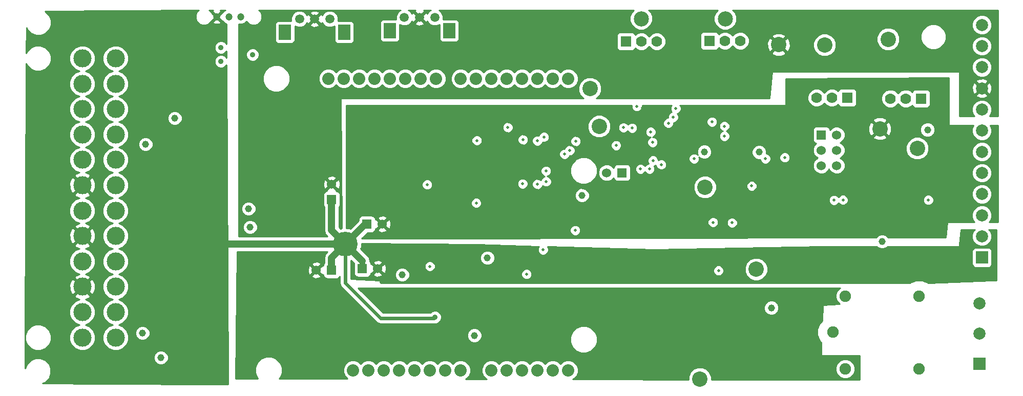
<source format=gbr>
G04 (created by PCBNEW (2013-07-07 BZR 4022)-stable) date 3/23/2014 1:55:33 AM*
%MOIN*%
G04 Gerber Fmt 3.4, Leading zero omitted, Abs format*
%FSLAX34Y34*%
G01*
G70*
G90*
G04 APERTURE LIST*
%ADD10C,0.006*%
%ADD11C,0.075*%
%ADD12R,0.06X0.06*%
%ADD13C,0.06*%
%ADD14R,0.0787402X0.0787402*%
%ADD15C,0.0787402*%
%ADD16C,0.0984252*%
%ADD17C,0.16*%
%ADD18C,0.07*%
%ADD19R,0.07X0.07*%
%ADD20C,0.0590551*%
%ADD21R,0.0787402X0.0984252*%
%ADD22C,0.0472441*%
%ADD23C,0.11811*%
%ADD24C,0.08*%
%ADD25C,0.1*%
%ADD26C,0.046*%
%ADD27C,0.035*%
%ADD28C,0.02*%
%ADD29C,0.01*%
%ADD30C,0.024*%
%ADD31C,0.048*%
%ADD32C,0.036*%
G04 APERTURE END LIST*
G54D10*
G54D11*
X79325Y-68935D03*
X80125Y-66585D03*
X84925Y-66585D03*
X84925Y-71335D03*
X80125Y-71335D03*
G54D12*
X78562Y-56084D03*
G54D13*
X79562Y-56084D03*
X78562Y-57084D03*
X79562Y-57084D03*
X78562Y-58084D03*
X79562Y-58084D03*
G54D14*
X88845Y-70995D03*
G54D15*
X88845Y-69026D03*
X88845Y-67057D03*
G54D14*
X89015Y-64080D03*
G54D15*
X89015Y-62702D03*
X89015Y-61324D03*
X89015Y-59946D03*
X89015Y-58568D03*
X89015Y-57190D03*
X89015Y-55812D03*
X89015Y-54434D03*
X89015Y-53056D03*
X89015Y-51678D03*
X89015Y-50300D03*
X89015Y-48922D03*
G54D16*
X66845Y-48520D03*
X72315Y-48520D03*
G54D17*
X47600Y-63200D03*
G54D12*
X49000Y-61900D03*
G54D13*
X50000Y-61900D03*
G54D12*
X48700Y-64800D03*
G54D13*
X49700Y-64800D03*
G54D12*
X46700Y-64900D03*
G54D13*
X45700Y-64900D03*
G54D12*
X46700Y-60300D03*
G54D13*
X46700Y-59300D03*
G54D12*
X65600Y-58560D03*
G54D13*
X64600Y-58560D03*
G54D18*
X67860Y-50000D03*
X66860Y-50000D03*
G54D19*
X65860Y-50000D03*
G54D18*
X83060Y-53720D03*
X84060Y-53720D03*
G54D19*
X85060Y-53720D03*
G54D18*
X73295Y-49960D03*
X72295Y-49960D03*
G54D19*
X71295Y-49960D03*
G54D18*
X78255Y-53670D03*
X79255Y-53670D03*
G54D19*
X80255Y-53670D03*
G54D20*
X45595Y-48535D03*
X44610Y-48535D03*
X46579Y-48535D03*
G54D21*
X43665Y-49401D03*
X47524Y-49401D03*
G54D20*
X52425Y-48435D03*
X51440Y-48435D03*
X53409Y-48435D03*
G54D21*
X50495Y-49301D03*
X54354Y-49301D03*
G54D22*
X40010Y-48390D03*
X39222Y-48390D03*
X40797Y-48390D03*
G54D23*
X30480Y-51100D03*
X30480Y-69288D03*
X30480Y-67635D03*
X30480Y-65981D03*
X30480Y-64328D03*
X30480Y-62674D03*
X30480Y-61021D03*
X30480Y-59367D03*
X30480Y-57714D03*
X30480Y-56060D03*
X30480Y-54407D03*
X30480Y-52753D03*
X32645Y-51100D03*
X32645Y-69288D03*
X32645Y-67635D03*
X32645Y-65981D03*
X32645Y-64328D03*
X32645Y-62674D03*
X32645Y-61021D03*
X32645Y-59367D03*
X32645Y-57714D03*
X32645Y-56060D03*
X32645Y-54407D03*
X32645Y-52753D03*
G54D24*
X52100Y-71420D03*
X53100Y-71420D03*
X54100Y-71420D03*
X55100Y-71420D03*
X57100Y-71420D03*
X58100Y-71420D03*
X59100Y-71420D03*
X60100Y-71420D03*
X61100Y-71420D03*
X62100Y-71420D03*
X62100Y-52420D03*
X61100Y-52420D03*
X60100Y-52420D03*
X59100Y-52420D03*
X58100Y-52420D03*
X57100Y-52420D03*
X56100Y-52420D03*
X55100Y-52420D03*
X53500Y-52420D03*
X52500Y-52420D03*
X51500Y-52420D03*
X50500Y-52420D03*
X49500Y-52420D03*
X48500Y-52420D03*
X51100Y-71420D03*
X50100Y-71420D03*
X47500Y-52420D03*
X46500Y-52420D03*
X49100Y-71420D03*
X48100Y-71420D03*
G54D25*
X63510Y-53070D03*
X84810Y-56960D03*
X64110Y-55530D03*
X70995Y-59490D03*
X70665Y-71985D03*
X74325Y-64840D03*
X75790Y-50210D03*
X78780Y-50230D03*
X82920Y-49850D03*
X82380Y-55695D03*
G54D26*
X34400Y-69000D03*
X82530Y-63035D03*
X75315Y-67350D03*
X56000Y-69150D03*
X35600Y-70600D03*
X36500Y-55000D03*
G54D27*
X39500Y-51300D03*
X41565Y-50865D03*
G54D26*
X51300Y-65200D03*
X56840Y-64100D03*
X85480Y-55750D03*
G54D28*
X67460Y-55890D03*
G54D26*
X41400Y-62100D03*
X63000Y-60030D03*
X41300Y-60900D03*
X34600Y-56700D03*
G54D27*
X39500Y-50400D03*
G54D28*
X71874Y-64922D03*
X52920Y-59330D03*
X65210Y-56780D03*
X67590Y-56570D03*
X60650Y-58440D03*
X68150Y-58020D03*
X60660Y-59130D03*
X56110Y-60520D03*
X56150Y-56450D03*
X67610Y-57760D03*
X61850Y-57340D03*
X60520Y-56220D03*
X58160Y-55600D03*
X62590Y-56500D03*
X59150Y-56400D03*
X59130Y-59270D03*
X68610Y-55320D03*
X60090Y-59300D03*
X60090Y-56470D03*
X85526Y-60333D03*
X62200Y-57100D03*
X53100Y-64650D03*
X60460Y-63570D03*
X76181Y-57560D03*
X74934Y-57636D03*
G54D26*
X82080Y-60830D03*
G54D28*
X65880Y-59580D03*
G54D26*
X63620Y-61860D03*
G54D28*
X63830Y-54370D03*
X66090Y-54280D03*
X66940Y-54330D03*
X73702Y-62573D03*
X65387Y-57414D03*
X70112Y-56742D03*
X70525Y-57960D03*
X75502Y-57953D03*
G54D26*
X75960Y-54350D03*
G54D28*
X86450Y-55250D03*
X79650Y-52800D03*
G54D26*
X70956Y-57189D03*
X74516Y-57213D03*
X35790Y-52170D03*
G54D27*
X53429Y-67964D03*
G54D26*
X37800Y-58500D03*
X56645Y-64985D03*
X50700Y-64300D03*
X87225Y-64850D03*
X63855Y-48630D03*
X68590Y-51940D03*
X84590Y-48810D03*
G54D28*
X69600Y-51550D03*
G54D26*
X71865Y-70430D03*
G54D28*
X59390Y-65160D03*
X62550Y-62310D03*
X79975Y-60320D03*
X72765Y-61815D03*
X71520Y-61785D03*
X79400Y-60345D03*
X70280Y-57645D03*
X66255Y-55640D03*
X66805Y-58315D03*
X67385Y-58305D03*
X65700Y-55615D03*
X66569Y-54230D03*
X68936Y-54936D03*
X69104Y-54376D03*
X71449Y-55237D03*
X72268Y-55517D03*
X72268Y-56175D03*
X74039Y-59416D03*
G54D29*
X66940Y-54330D02*
X66950Y-54330D01*
X65373Y-57400D02*
X65373Y-57393D01*
X65387Y-57414D02*
X65373Y-57400D01*
G54D30*
X35790Y-52170D02*
X35810Y-52170D01*
X47600Y-65735D02*
X47600Y-63200D01*
X49890Y-68025D02*
X47600Y-65735D01*
X53368Y-68025D02*
X49890Y-68025D01*
X53429Y-67964D02*
X53368Y-68025D01*
G54D31*
X46700Y-60300D02*
X46700Y-62300D01*
X46700Y-62300D02*
X47600Y-63200D01*
G54D32*
X49000Y-61900D02*
X48900Y-61900D01*
G54D31*
X48900Y-61900D02*
X47600Y-63200D01*
G54D32*
X48700Y-64800D02*
X48700Y-64300D01*
G54D31*
X48700Y-64300D02*
X47600Y-63200D01*
X46700Y-64900D02*
X46700Y-64100D01*
X46700Y-64100D02*
X47600Y-63200D01*
X47600Y-63200D02*
X34000Y-63200D01*
G54D10*
G36*
X89950Y-65551D02*
X89658Y-65563D01*
X89658Y-64424D01*
X89658Y-63636D01*
X89620Y-63544D01*
X89550Y-63474D01*
X89458Y-63436D01*
X89359Y-63436D01*
X88571Y-63436D01*
X88479Y-63474D01*
X88409Y-63544D01*
X88371Y-63636D01*
X88371Y-63735D01*
X88371Y-64523D01*
X88409Y-64615D01*
X88479Y-64685D01*
X88571Y-64723D01*
X88670Y-64723D01*
X89458Y-64723D01*
X89550Y-64685D01*
X89620Y-64615D01*
X89658Y-64523D01*
X89658Y-64424D01*
X89658Y-65563D01*
X85549Y-65725D01*
X85514Y-65725D01*
X85506Y-65716D01*
X85129Y-65560D01*
X84722Y-65559D01*
X84345Y-65715D01*
X84335Y-65725D01*
X75075Y-65725D01*
X75075Y-64691D01*
X74961Y-64415D01*
X74750Y-64204D01*
X74474Y-64090D01*
X74176Y-64089D01*
X73900Y-64203D01*
X73689Y-64414D01*
X73575Y-64690D01*
X73574Y-64988D01*
X73688Y-65264D01*
X73899Y-65475D01*
X74175Y-65589D01*
X74473Y-65590D01*
X74749Y-65476D01*
X74960Y-65265D01*
X75074Y-64989D01*
X75075Y-64691D01*
X75075Y-65725D01*
X72224Y-65725D01*
X72224Y-64852D01*
X72170Y-64724D01*
X72072Y-64625D01*
X71943Y-64572D01*
X71804Y-64571D01*
X71676Y-64625D01*
X71577Y-64723D01*
X71524Y-64852D01*
X71523Y-64991D01*
X71577Y-65120D01*
X71675Y-65218D01*
X71804Y-65271D01*
X71943Y-65272D01*
X72072Y-65218D01*
X72170Y-65120D01*
X72223Y-64991D01*
X72224Y-64852D01*
X72224Y-65725D01*
X59740Y-65725D01*
X59740Y-65090D01*
X59686Y-64962D01*
X59588Y-64863D01*
X59459Y-64810D01*
X59320Y-64809D01*
X59192Y-64863D01*
X59093Y-64961D01*
X59040Y-65090D01*
X59039Y-65229D01*
X59093Y-65358D01*
X59191Y-65456D01*
X59320Y-65509D01*
X59459Y-65510D01*
X59588Y-65456D01*
X59686Y-65358D01*
X59739Y-65229D01*
X59740Y-65090D01*
X59740Y-65725D01*
X57320Y-65725D01*
X57320Y-64004D01*
X57247Y-63828D01*
X57112Y-63693D01*
X56935Y-63620D01*
X56744Y-63619D01*
X56568Y-63692D01*
X56433Y-63827D01*
X56360Y-64004D01*
X56359Y-64195D01*
X56432Y-64371D01*
X56567Y-64506D01*
X56744Y-64579D01*
X56935Y-64580D01*
X57111Y-64507D01*
X57246Y-64372D01*
X57319Y-64195D01*
X57320Y-64004D01*
X57320Y-65725D01*
X53450Y-65725D01*
X53450Y-64580D01*
X53396Y-64452D01*
X53298Y-64353D01*
X53169Y-64300D01*
X53030Y-64299D01*
X52902Y-64353D01*
X52803Y-64451D01*
X52750Y-64580D01*
X52749Y-64719D01*
X52803Y-64848D01*
X52901Y-64946D01*
X53030Y-64999D01*
X53169Y-65000D01*
X53298Y-64946D01*
X53396Y-64848D01*
X53449Y-64719D01*
X53450Y-64580D01*
X53450Y-65725D01*
X51780Y-65725D01*
X51780Y-65104D01*
X51707Y-64928D01*
X51572Y-64793D01*
X51395Y-64720D01*
X51204Y-64719D01*
X51028Y-64792D01*
X50893Y-64927D01*
X50820Y-65104D01*
X50819Y-65295D01*
X50892Y-65471D01*
X51027Y-65606D01*
X51204Y-65679D01*
X51395Y-65680D01*
X51571Y-65607D01*
X51706Y-65472D01*
X51779Y-65295D01*
X51780Y-65104D01*
X51780Y-65725D01*
X50254Y-65725D01*
X50254Y-64881D01*
X50243Y-64663D01*
X50181Y-64512D01*
X50085Y-64484D01*
X50015Y-64555D01*
X50015Y-64414D01*
X49987Y-64318D01*
X49781Y-64245D01*
X49563Y-64256D01*
X49412Y-64318D01*
X49384Y-64414D01*
X49700Y-64729D01*
X50015Y-64414D01*
X50015Y-64555D01*
X49770Y-64800D01*
X50085Y-65115D01*
X50181Y-65087D01*
X50254Y-64881D01*
X50254Y-65725D01*
X50015Y-65725D01*
X50015Y-65185D01*
X49700Y-64870D01*
X49384Y-65185D01*
X49412Y-65281D01*
X49618Y-65354D01*
X49836Y-65343D01*
X49987Y-65281D01*
X50015Y-65185D01*
X50015Y-65725D01*
X49887Y-65725D01*
X49838Y-65551D01*
X47970Y-65458D01*
X47970Y-64262D01*
X48152Y-64445D01*
X48150Y-64450D01*
X48149Y-64549D01*
X48149Y-65149D01*
X48187Y-65241D01*
X48258Y-65311D01*
X48350Y-65349D01*
X48449Y-65350D01*
X49049Y-65350D01*
X49141Y-65312D01*
X49211Y-65241D01*
X49249Y-65149D01*
X49250Y-65096D01*
X49314Y-65115D01*
X49629Y-64800D01*
X49314Y-64484D01*
X49250Y-64503D01*
X49250Y-64450D01*
X49212Y-64358D01*
X49183Y-64330D01*
X49189Y-64300D01*
X49152Y-64112D01*
X49046Y-63953D01*
X48606Y-63513D01*
X48649Y-63409D01*
X48650Y-63160D01*
X56199Y-63249D01*
X60181Y-63353D01*
X60163Y-63371D01*
X60110Y-63500D01*
X60109Y-63639D01*
X60163Y-63768D01*
X60261Y-63866D01*
X60390Y-63919D01*
X60529Y-63920D01*
X60658Y-63866D01*
X60756Y-63768D01*
X60809Y-63639D01*
X60810Y-63500D01*
X60756Y-63372D01*
X60753Y-63368D01*
X67699Y-63550D01*
X78700Y-63350D01*
X82166Y-63350D01*
X82257Y-63441D01*
X82434Y-63514D01*
X82625Y-63515D01*
X82801Y-63442D01*
X82893Y-63350D01*
X87550Y-63350D01*
X87550Y-63202D01*
X87645Y-62250D01*
X88556Y-62250D01*
X88469Y-62336D01*
X88371Y-62573D01*
X88371Y-62829D01*
X88468Y-63066D01*
X88649Y-63247D01*
X88886Y-63345D01*
X89142Y-63345D01*
X89379Y-63248D01*
X89560Y-63067D01*
X89658Y-62830D01*
X89658Y-62574D01*
X89561Y-62337D01*
X89473Y-62250D01*
X89950Y-62250D01*
X89950Y-64800D01*
X89950Y-65551D01*
X89950Y-65551D01*
G37*
G54D29*
X89950Y-65551D02*
X89658Y-65563D01*
X89658Y-64424D01*
X89658Y-63636D01*
X89620Y-63544D01*
X89550Y-63474D01*
X89458Y-63436D01*
X89359Y-63436D01*
X88571Y-63436D01*
X88479Y-63474D01*
X88409Y-63544D01*
X88371Y-63636D01*
X88371Y-63735D01*
X88371Y-64523D01*
X88409Y-64615D01*
X88479Y-64685D01*
X88571Y-64723D01*
X88670Y-64723D01*
X89458Y-64723D01*
X89550Y-64685D01*
X89620Y-64615D01*
X89658Y-64523D01*
X89658Y-64424D01*
X89658Y-65563D01*
X85549Y-65725D01*
X85514Y-65725D01*
X85506Y-65716D01*
X85129Y-65560D01*
X84722Y-65559D01*
X84345Y-65715D01*
X84335Y-65725D01*
X75075Y-65725D01*
X75075Y-64691D01*
X74961Y-64415D01*
X74750Y-64204D01*
X74474Y-64090D01*
X74176Y-64089D01*
X73900Y-64203D01*
X73689Y-64414D01*
X73575Y-64690D01*
X73574Y-64988D01*
X73688Y-65264D01*
X73899Y-65475D01*
X74175Y-65589D01*
X74473Y-65590D01*
X74749Y-65476D01*
X74960Y-65265D01*
X75074Y-64989D01*
X75075Y-64691D01*
X75075Y-65725D01*
X72224Y-65725D01*
X72224Y-64852D01*
X72170Y-64724D01*
X72072Y-64625D01*
X71943Y-64572D01*
X71804Y-64571D01*
X71676Y-64625D01*
X71577Y-64723D01*
X71524Y-64852D01*
X71523Y-64991D01*
X71577Y-65120D01*
X71675Y-65218D01*
X71804Y-65271D01*
X71943Y-65272D01*
X72072Y-65218D01*
X72170Y-65120D01*
X72223Y-64991D01*
X72224Y-64852D01*
X72224Y-65725D01*
X59740Y-65725D01*
X59740Y-65090D01*
X59686Y-64962D01*
X59588Y-64863D01*
X59459Y-64810D01*
X59320Y-64809D01*
X59192Y-64863D01*
X59093Y-64961D01*
X59040Y-65090D01*
X59039Y-65229D01*
X59093Y-65358D01*
X59191Y-65456D01*
X59320Y-65509D01*
X59459Y-65510D01*
X59588Y-65456D01*
X59686Y-65358D01*
X59739Y-65229D01*
X59740Y-65090D01*
X59740Y-65725D01*
X57320Y-65725D01*
X57320Y-64004D01*
X57247Y-63828D01*
X57112Y-63693D01*
X56935Y-63620D01*
X56744Y-63619D01*
X56568Y-63692D01*
X56433Y-63827D01*
X56360Y-64004D01*
X56359Y-64195D01*
X56432Y-64371D01*
X56567Y-64506D01*
X56744Y-64579D01*
X56935Y-64580D01*
X57111Y-64507D01*
X57246Y-64372D01*
X57319Y-64195D01*
X57320Y-64004D01*
X57320Y-65725D01*
X53450Y-65725D01*
X53450Y-64580D01*
X53396Y-64452D01*
X53298Y-64353D01*
X53169Y-64300D01*
X53030Y-64299D01*
X52902Y-64353D01*
X52803Y-64451D01*
X52750Y-64580D01*
X52749Y-64719D01*
X52803Y-64848D01*
X52901Y-64946D01*
X53030Y-64999D01*
X53169Y-65000D01*
X53298Y-64946D01*
X53396Y-64848D01*
X53449Y-64719D01*
X53450Y-64580D01*
X53450Y-65725D01*
X51780Y-65725D01*
X51780Y-65104D01*
X51707Y-64928D01*
X51572Y-64793D01*
X51395Y-64720D01*
X51204Y-64719D01*
X51028Y-64792D01*
X50893Y-64927D01*
X50820Y-65104D01*
X50819Y-65295D01*
X50892Y-65471D01*
X51027Y-65606D01*
X51204Y-65679D01*
X51395Y-65680D01*
X51571Y-65607D01*
X51706Y-65472D01*
X51779Y-65295D01*
X51780Y-65104D01*
X51780Y-65725D01*
X50254Y-65725D01*
X50254Y-64881D01*
X50243Y-64663D01*
X50181Y-64512D01*
X50085Y-64484D01*
X50015Y-64555D01*
X50015Y-64414D01*
X49987Y-64318D01*
X49781Y-64245D01*
X49563Y-64256D01*
X49412Y-64318D01*
X49384Y-64414D01*
X49700Y-64729D01*
X50015Y-64414D01*
X50015Y-64555D01*
X49770Y-64800D01*
X50085Y-65115D01*
X50181Y-65087D01*
X50254Y-64881D01*
X50254Y-65725D01*
X50015Y-65725D01*
X50015Y-65185D01*
X49700Y-64870D01*
X49384Y-65185D01*
X49412Y-65281D01*
X49618Y-65354D01*
X49836Y-65343D01*
X49987Y-65281D01*
X50015Y-65185D01*
X50015Y-65725D01*
X49887Y-65725D01*
X49838Y-65551D01*
X47970Y-65458D01*
X47970Y-64262D01*
X48152Y-64445D01*
X48150Y-64450D01*
X48149Y-64549D01*
X48149Y-65149D01*
X48187Y-65241D01*
X48258Y-65311D01*
X48350Y-65349D01*
X48449Y-65350D01*
X49049Y-65350D01*
X49141Y-65312D01*
X49211Y-65241D01*
X49249Y-65149D01*
X49250Y-65096D01*
X49314Y-65115D01*
X49629Y-64800D01*
X49314Y-64484D01*
X49250Y-64503D01*
X49250Y-64450D01*
X49212Y-64358D01*
X49183Y-64330D01*
X49189Y-64300D01*
X49152Y-64112D01*
X49046Y-63953D01*
X48606Y-63513D01*
X48649Y-63409D01*
X48650Y-63160D01*
X56199Y-63249D01*
X60181Y-63353D01*
X60163Y-63371D01*
X60110Y-63500D01*
X60109Y-63639D01*
X60163Y-63768D01*
X60261Y-63866D01*
X60390Y-63919D01*
X60529Y-63920D01*
X60658Y-63866D01*
X60756Y-63768D01*
X60809Y-63639D01*
X60810Y-63500D01*
X60756Y-63372D01*
X60753Y-63368D01*
X67699Y-63550D01*
X78700Y-63350D01*
X82166Y-63350D01*
X82257Y-63441D01*
X82434Y-63514D01*
X82625Y-63515D01*
X82801Y-63442D01*
X82893Y-63350D01*
X87550Y-63350D01*
X87550Y-63202D01*
X87645Y-62250D01*
X88556Y-62250D01*
X88469Y-62336D01*
X88371Y-62573D01*
X88371Y-62829D01*
X88468Y-63066D01*
X88649Y-63247D01*
X88886Y-63345D01*
X89142Y-63345D01*
X89379Y-63248D01*
X89560Y-63067D01*
X89658Y-62830D01*
X89658Y-62574D01*
X89561Y-62337D01*
X89473Y-62250D01*
X89950Y-62250D01*
X89950Y-64800D01*
X89950Y-65551D01*
G54D10*
G36*
X90050Y-54850D02*
X89662Y-54850D01*
X89662Y-53160D01*
X89658Y-53047D01*
X89658Y-51550D01*
X89658Y-50172D01*
X89658Y-48795D01*
X89561Y-48558D01*
X89380Y-48377D01*
X89143Y-48278D01*
X88887Y-48278D01*
X88650Y-48376D01*
X88469Y-48557D01*
X88371Y-48793D01*
X88371Y-49049D01*
X88468Y-49286D01*
X88649Y-49467D01*
X88886Y-49566D01*
X89142Y-49566D01*
X89379Y-49468D01*
X89560Y-49287D01*
X89658Y-49051D01*
X89658Y-48795D01*
X89658Y-50172D01*
X89561Y-49936D01*
X89380Y-49755D01*
X89143Y-49656D01*
X88887Y-49656D01*
X88650Y-49754D01*
X88469Y-49935D01*
X88371Y-50171D01*
X88371Y-50427D01*
X88468Y-50664D01*
X88649Y-50845D01*
X88886Y-50944D01*
X89142Y-50944D01*
X89379Y-50846D01*
X89560Y-50665D01*
X89658Y-50429D01*
X89658Y-50172D01*
X89658Y-51550D01*
X89561Y-51314D01*
X89380Y-51133D01*
X89143Y-51034D01*
X88887Y-51034D01*
X88650Y-51132D01*
X88469Y-51313D01*
X88371Y-51549D01*
X88371Y-51805D01*
X88468Y-52042D01*
X88649Y-52223D01*
X88886Y-52322D01*
X89142Y-52322D01*
X89379Y-52224D01*
X89560Y-52043D01*
X89658Y-51807D01*
X89658Y-51550D01*
X89658Y-53047D01*
X89653Y-52904D01*
X89573Y-52712D01*
X89468Y-52673D01*
X89398Y-52744D01*
X89398Y-52602D01*
X89359Y-52497D01*
X89119Y-52408D01*
X88863Y-52417D01*
X88670Y-52497D01*
X88631Y-52602D01*
X89015Y-52985D01*
X89398Y-52602D01*
X89398Y-52744D01*
X89085Y-53056D01*
X89468Y-53439D01*
X89573Y-53400D01*
X89662Y-53160D01*
X89662Y-54850D01*
X89509Y-54850D01*
X89560Y-54799D01*
X89658Y-54562D01*
X89658Y-54306D01*
X89561Y-54070D01*
X89398Y-53906D01*
X89398Y-53510D01*
X89015Y-53127D01*
X88944Y-53197D01*
X88944Y-53056D01*
X88561Y-52673D01*
X88456Y-52712D01*
X88367Y-52952D01*
X88376Y-53208D01*
X88456Y-53400D01*
X88561Y-53439D01*
X88944Y-53056D01*
X88944Y-53197D01*
X88631Y-53510D01*
X88670Y-53615D01*
X88910Y-53704D01*
X89166Y-53694D01*
X89359Y-53615D01*
X89398Y-53510D01*
X89398Y-53906D01*
X89380Y-53888D01*
X89143Y-53790D01*
X88887Y-53790D01*
X88650Y-53888D01*
X88469Y-54069D01*
X88371Y-54305D01*
X88371Y-54561D01*
X88468Y-54798D01*
X88520Y-54850D01*
X87550Y-54850D01*
X87550Y-51950D01*
X86695Y-51950D01*
X86695Y-49533D01*
X86568Y-49224D01*
X86331Y-48987D01*
X86022Y-48859D01*
X85688Y-48859D01*
X85379Y-48987D01*
X85142Y-49223D01*
X85014Y-49532D01*
X85014Y-49866D01*
X85142Y-50175D01*
X85378Y-50412D01*
X85687Y-50540D01*
X86021Y-50540D01*
X86330Y-50413D01*
X86567Y-50176D01*
X86695Y-49867D01*
X86695Y-49533D01*
X86695Y-51950D01*
X83670Y-51950D01*
X83670Y-49701D01*
X83556Y-49425D01*
X83345Y-49214D01*
X83069Y-49100D01*
X82771Y-49099D01*
X82495Y-49213D01*
X82284Y-49424D01*
X82170Y-49700D01*
X82169Y-49998D01*
X82283Y-50274D01*
X82494Y-50485D01*
X82770Y-50599D01*
X83068Y-50600D01*
X83344Y-50486D01*
X83555Y-50275D01*
X83669Y-49999D01*
X83670Y-49701D01*
X83670Y-51950D01*
X79530Y-51950D01*
X79530Y-50081D01*
X79416Y-49805D01*
X79205Y-49594D01*
X78929Y-49480D01*
X78631Y-49479D01*
X78355Y-49593D01*
X78144Y-49804D01*
X78030Y-50080D01*
X78029Y-50378D01*
X78143Y-50654D01*
X78354Y-50865D01*
X78630Y-50979D01*
X78928Y-50980D01*
X79204Y-50866D01*
X79415Y-50655D01*
X79529Y-50379D01*
X79530Y-50081D01*
X79530Y-51950D01*
X76543Y-51950D01*
X76543Y-50339D01*
X76535Y-50041D01*
X76436Y-49801D01*
X76320Y-49750D01*
X76249Y-49820D01*
X76249Y-49679D01*
X76198Y-49563D01*
X75919Y-49456D01*
X75621Y-49464D01*
X75381Y-49563D01*
X75330Y-49679D01*
X75790Y-50139D01*
X76249Y-49679D01*
X76249Y-49820D01*
X75860Y-50210D01*
X76320Y-50669D01*
X76436Y-50618D01*
X76543Y-50339D01*
X76543Y-51950D01*
X76249Y-51950D01*
X76249Y-50740D01*
X75790Y-50280D01*
X75719Y-50351D01*
X75719Y-50210D01*
X75259Y-49750D01*
X75143Y-49801D01*
X75036Y-50080D01*
X75044Y-50378D01*
X75143Y-50618D01*
X75259Y-50669D01*
X75719Y-50210D01*
X75719Y-50351D01*
X75330Y-50740D01*
X75381Y-50856D01*
X75660Y-50963D01*
X75958Y-50955D01*
X76198Y-50856D01*
X76249Y-50740D01*
X76249Y-51950D01*
X75354Y-51950D01*
X75204Y-53700D01*
X73895Y-53700D01*
X73895Y-49841D01*
X73803Y-49620D01*
X73635Y-49451D01*
X73414Y-49360D01*
X73176Y-49359D01*
X72955Y-49451D01*
X72794Y-49611D01*
X72635Y-49451D01*
X72414Y-49360D01*
X72176Y-49359D01*
X71955Y-49451D01*
X71880Y-49525D01*
X71857Y-49468D01*
X71786Y-49398D01*
X71694Y-49360D01*
X71595Y-49359D01*
X70895Y-49359D01*
X70803Y-49397D01*
X70733Y-49468D01*
X70695Y-49560D01*
X70694Y-49659D01*
X70694Y-50359D01*
X70732Y-50451D01*
X70803Y-50521D01*
X70895Y-50559D01*
X70994Y-50560D01*
X71694Y-50560D01*
X71786Y-50522D01*
X71856Y-50451D01*
X71880Y-50394D01*
X71954Y-50468D01*
X72175Y-50559D01*
X72413Y-50560D01*
X72634Y-50468D01*
X72795Y-50308D01*
X72954Y-50468D01*
X73175Y-50559D01*
X73413Y-50560D01*
X73634Y-50468D01*
X73803Y-50300D01*
X73894Y-50079D01*
X73895Y-49841D01*
X73895Y-53700D01*
X68460Y-53700D01*
X68460Y-49881D01*
X68368Y-49660D01*
X68200Y-49491D01*
X67979Y-49400D01*
X67741Y-49399D01*
X67520Y-49491D01*
X67359Y-49651D01*
X67200Y-49491D01*
X66979Y-49400D01*
X66741Y-49399D01*
X66520Y-49491D01*
X66445Y-49565D01*
X66422Y-49508D01*
X66351Y-49438D01*
X66259Y-49400D01*
X66160Y-49399D01*
X65460Y-49399D01*
X65368Y-49437D01*
X65298Y-49508D01*
X65260Y-49600D01*
X65259Y-49699D01*
X65259Y-50399D01*
X65297Y-50491D01*
X65368Y-50561D01*
X65460Y-50599D01*
X65559Y-50600D01*
X66259Y-50600D01*
X66351Y-50562D01*
X66421Y-50491D01*
X66445Y-50434D01*
X66519Y-50508D01*
X66740Y-50599D01*
X66978Y-50600D01*
X67199Y-50508D01*
X67360Y-50348D01*
X67519Y-50508D01*
X67740Y-50599D01*
X67978Y-50600D01*
X68199Y-50508D01*
X68368Y-50340D01*
X68459Y-50119D01*
X68460Y-49881D01*
X68460Y-53700D01*
X63940Y-53700D01*
X64145Y-53495D01*
X64259Y-53219D01*
X64260Y-52921D01*
X64146Y-52645D01*
X63935Y-52434D01*
X63659Y-52320D01*
X63361Y-52319D01*
X63085Y-52433D01*
X62874Y-52644D01*
X62760Y-52920D01*
X62759Y-53218D01*
X62873Y-53494D01*
X63079Y-53700D01*
X62750Y-53700D01*
X62750Y-52291D01*
X62651Y-52052D01*
X62468Y-51869D01*
X62229Y-51770D01*
X61971Y-51769D01*
X61732Y-51868D01*
X61599Y-52000D01*
X61468Y-51869D01*
X61229Y-51770D01*
X60971Y-51769D01*
X60732Y-51868D01*
X60599Y-52000D01*
X60468Y-51869D01*
X60229Y-51770D01*
X59971Y-51769D01*
X59732Y-51868D01*
X59599Y-52000D01*
X59468Y-51869D01*
X59229Y-51770D01*
X58971Y-51769D01*
X58732Y-51868D01*
X58599Y-52000D01*
X58468Y-51869D01*
X58229Y-51770D01*
X57971Y-51769D01*
X57732Y-51868D01*
X57599Y-52000D01*
X57468Y-51869D01*
X57229Y-51770D01*
X56971Y-51769D01*
X56732Y-51868D01*
X56599Y-52000D01*
X56468Y-51869D01*
X56229Y-51770D01*
X55971Y-51769D01*
X55732Y-51868D01*
X55599Y-52000D01*
X55468Y-51869D01*
X55229Y-51770D01*
X54971Y-51769D01*
X54732Y-51868D01*
X54549Y-52051D01*
X54450Y-52290D01*
X54449Y-52548D01*
X54548Y-52787D01*
X54731Y-52970D01*
X54970Y-53069D01*
X55228Y-53070D01*
X55467Y-52971D01*
X55600Y-52839D01*
X55731Y-52970D01*
X55970Y-53069D01*
X56228Y-53070D01*
X56467Y-52971D01*
X56600Y-52839D01*
X56731Y-52970D01*
X56970Y-53069D01*
X57228Y-53070D01*
X57467Y-52971D01*
X57600Y-52839D01*
X57731Y-52970D01*
X57970Y-53069D01*
X58228Y-53070D01*
X58467Y-52971D01*
X58600Y-52839D01*
X58731Y-52970D01*
X58970Y-53069D01*
X59228Y-53070D01*
X59467Y-52971D01*
X59600Y-52839D01*
X59731Y-52970D01*
X59970Y-53069D01*
X60228Y-53070D01*
X60467Y-52971D01*
X60600Y-52839D01*
X60731Y-52970D01*
X60970Y-53069D01*
X61228Y-53070D01*
X61467Y-52971D01*
X61600Y-52839D01*
X61731Y-52970D01*
X61970Y-53069D01*
X62228Y-53070D01*
X62467Y-52971D01*
X62650Y-52788D01*
X62749Y-52549D01*
X62750Y-52291D01*
X62750Y-53700D01*
X54150Y-53700D01*
X54150Y-52291D01*
X54051Y-52052D01*
X53868Y-51869D01*
X53629Y-51770D01*
X53371Y-51769D01*
X53132Y-51868D01*
X52999Y-52000D01*
X52868Y-51869D01*
X52736Y-51814D01*
X52736Y-48817D01*
X52425Y-48505D01*
X52113Y-48817D01*
X52139Y-48912D01*
X52344Y-48985D01*
X52561Y-48974D01*
X52710Y-48912D01*
X52736Y-48817D01*
X52736Y-51814D01*
X52629Y-51770D01*
X52371Y-51769D01*
X52132Y-51868D01*
X51999Y-52000D01*
X51868Y-51869D01*
X51629Y-51770D01*
X51371Y-51769D01*
X51132Y-51868D01*
X50999Y-52000D01*
X50868Y-51869D01*
X50629Y-51770D01*
X50371Y-51769D01*
X50132Y-51868D01*
X49999Y-52000D01*
X49868Y-51869D01*
X49629Y-51770D01*
X49371Y-51769D01*
X49132Y-51868D01*
X48999Y-52000D01*
X48868Y-51869D01*
X48629Y-51770D01*
X48371Y-51769D01*
X48167Y-51853D01*
X48167Y-49843D01*
X48167Y-48859D01*
X48129Y-48767D01*
X48059Y-48697D01*
X47967Y-48659D01*
X47868Y-48658D01*
X47118Y-48658D01*
X47124Y-48643D01*
X47124Y-48427D01*
X47041Y-48226D01*
X46888Y-48073D01*
X46688Y-47989D01*
X46471Y-47989D01*
X46270Y-48072D01*
X46117Y-48225D01*
X46089Y-48291D01*
X46072Y-48249D01*
X45977Y-48223D01*
X45906Y-48293D01*
X45906Y-48152D01*
X45880Y-48057D01*
X45675Y-47984D01*
X45458Y-47995D01*
X45309Y-48057D01*
X45283Y-48152D01*
X45595Y-48464D01*
X45906Y-48152D01*
X45906Y-48293D01*
X45665Y-48535D01*
X45977Y-48846D01*
X46072Y-48820D01*
X46088Y-48774D01*
X46116Y-48843D01*
X46269Y-48996D01*
X46470Y-49080D01*
X46687Y-49080D01*
X46880Y-49000D01*
X46880Y-49942D01*
X46918Y-50034D01*
X46988Y-50105D01*
X47080Y-50143D01*
X47179Y-50143D01*
X47967Y-50143D01*
X48059Y-50105D01*
X48129Y-50035D01*
X48167Y-49943D01*
X48167Y-49843D01*
X48167Y-51853D01*
X48132Y-51868D01*
X47999Y-52000D01*
X47868Y-51869D01*
X47629Y-51770D01*
X47371Y-51769D01*
X47132Y-51868D01*
X46999Y-52000D01*
X46868Y-51869D01*
X46629Y-51770D01*
X46371Y-51769D01*
X46132Y-51868D01*
X45949Y-52051D01*
X45906Y-52153D01*
X45906Y-48917D01*
X45595Y-48605D01*
X45524Y-48676D01*
X45524Y-48535D01*
X45212Y-48223D01*
X45117Y-48249D01*
X45101Y-48295D01*
X45073Y-48226D01*
X44920Y-48073D01*
X44719Y-47989D01*
X44502Y-47989D01*
X44302Y-48072D01*
X44148Y-48225D01*
X44065Y-48426D01*
X44065Y-48642D01*
X44072Y-48659D01*
X44010Y-48658D01*
X43222Y-48658D01*
X43130Y-48696D01*
X43060Y-48767D01*
X43022Y-48859D01*
X43022Y-48958D01*
X43022Y-49942D01*
X43060Y-50034D01*
X43130Y-50105D01*
X43222Y-50143D01*
X43321Y-50143D01*
X44109Y-50143D01*
X44200Y-50105D01*
X44271Y-50035D01*
X44309Y-49943D01*
X44309Y-49843D01*
X44309Y-49000D01*
X44501Y-49080D01*
X44718Y-49080D01*
X44919Y-48997D01*
X45072Y-48844D01*
X45100Y-48778D01*
X45117Y-48820D01*
X45212Y-48846D01*
X45524Y-48535D01*
X45524Y-48676D01*
X45283Y-48917D01*
X45309Y-49012D01*
X45514Y-49085D01*
X45731Y-49074D01*
X45880Y-49012D01*
X45906Y-48917D01*
X45906Y-52153D01*
X45850Y-52290D01*
X45849Y-52548D01*
X45948Y-52787D01*
X46131Y-52970D01*
X46370Y-53069D01*
X46628Y-53070D01*
X46867Y-52971D01*
X47000Y-52839D01*
X47131Y-52970D01*
X47370Y-53069D01*
X47628Y-53070D01*
X47867Y-52971D01*
X48000Y-52839D01*
X48131Y-52970D01*
X48370Y-53069D01*
X48628Y-53070D01*
X48867Y-52971D01*
X49000Y-52839D01*
X49131Y-52970D01*
X49370Y-53069D01*
X49628Y-53070D01*
X49867Y-52971D01*
X50000Y-52839D01*
X50131Y-52970D01*
X50370Y-53069D01*
X50628Y-53070D01*
X50867Y-52971D01*
X51000Y-52839D01*
X51131Y-52970D01*
X51370Y-53069D01*
X51628Y-53070D01*
X51867Y-52971D01*
X52000Y-52839D01*
X52131Y-52970D01*
X52370Y-53069D01*
X52628Y-53070D01*
X52867Y-52971D01*
X53000Y-52839D01*
X53131Y-52970D01*
X53370Y-53069D01*
X53628Y-53070D01*
X53867Y-52971D01*
X54050Y-52788D01*
X54149Y-52549D01*
X54150Y-52291D01*
X54150Y-53700D01*
X47299Y-53700D01*
X47346Y-62168D01*
X47286Y-62193D01*
X47254Y-62161D01*
X47254Y-59381D01*
X47243Y-59163D01*
X47181Y-59012D01*
X47085Y-58984D01*
X47015Y-59055D01*
X47015Y-58914D01*
X46987Y-58818D01*
X46781Y-58745D01*
X46563Y-58756D01*
X46412Y-58818D01*
X46384Y-58914D01*
X46700Y-59229D01*
X47015Y-58914D01*
X47015Y-59055D01*
X46770Y-59300D01*
X47085Y-59615D01*
X47181Y-59587D01*
X47254Y-59381D01*
X47254Y-62161D01*
X47190Y-62097D01*
X47190Y-60763D01*
X47211Y-60741D01*
X47249Y-60649D01*
X47250Y-60550D01*
X47250Y-59950D01*
X47212Y-59858D01*
X47141Y-59788D01*
X47049Y-59750D01*
X46996Y-59749D01*
X47015Y-59685D01*
X46700Y-59370D01*
X46629Y-59441D01*
X46629Y-59300D01*
X46314Y-58984D01*
X46218Y-59012D01*
X46145Y-59218D01*
X46156Y-59436D01*
X46218Y-59587D01*
X46314Y-59615D01*
X46629Y-59300D01*
X46629Y-59441D01*
X46384Y-59685D01*
X46403Y-59749D01*
X46350Y-59749D01*
X46258Y-59787D01*
X46188Y-59858D01*
X46150Y-59950D01*
X46149Y-60049D01*
X46149Y-60649D01*
X46187Y-60741D01*
X46210Y-60763D01*
X46210Y-62300D01*
X46247Y-62487D01*
X46353Y-62646D01*
X46417Y-62710D01*
X43975Y-62710D01*
X43975Y-52246D01*
X43842Y-51925D01*
X43596Y-51678D01*
X43274Y-51545D01*
X42926Y-51544D01*
X42605Y-51677D01*
X42358Y-51923D01*
X42225Y-52245D01*
X42224Y-52593D01*
X42357Y-52915D01*
X42603Y-53161D01*
X42925Y-53294D01*
X43273Y-53295D01*
X43595Y-53162D01*
X43841Y-52916D01*
X43974Y-52594D01*
X43975Y-52246D01*
X43975Y-62710D01*
X41990Y-62710D01*
X41990Y-50780D01*
X41925Y-50624D01*
X41806Y-50504D01*
X41649Y-50440D01*
X41480Y-50439D01*
X41324Y-50504D01*
X41204Y-50623D01*
X41140Y-50780D01*
X41139Y-50949D01*
X41204Y-51105D01*
X41323Y-51225D01*
X41480Y-51289D01*
X41649Y-51290D01*
X41805Y-51225D01*
X41925Y-51106D01*
X41989Y-50949D01*
X41990Y-50780D01*
X41990Y-62710D01*
X41880Y-62710D01*
X41880Y-62004D01*
X41807Y-61828D01*
X41780Y-61801D01*
X41780Y-60804D01*
X41707Y-60628D01*
X41572Y-60493D01*
X41395Y-60420D01*
X41204Y-60419D01*
X41028Y-60492D01*
X40893Y-60627D01*
X40820Y-60804D01*
X40819Y-60995D01*
X40892Y-61171D01*
X41027Y-61306D01*
X41204Y-61379D01*
X41395Y-61380D01*
X41571Y-61307D01*
X41706Y-61172D01*
X41779Y-60995D01*
X41780Y-60804D01*
X41780Y-61801D01*
X41672Y-61693D01*
X41495Y-61620D01*
X41304Y-61619D01*
X41128Y-61692D01*
X40993Y-61827D01*
X40920Y-62004D01*
X40919Y-62195D01*
X40992Y-62371D01*
X41127Y-62506D01*
X41304Y-62579D01*
X41495Y-62580D01*
X41671Y-62507D01*
X41806Y-62372D01*
X41879Y-62195D01*
X41880Y-62004D01*
X41880Y-62710D01*
X40650Y-62710D01*
X40650Y-48855D01*
X40700Y-48876D01*
X40893Y-48876D01*
X41072Y-48802D01*
X41169Y-48705D01*
X41314Y-48851D01*
X41515Y-48935D01*
X41732Y-48935D01*
X41932Y-48852D01*
X42086Y-48699D01*
X42169Y-48498D01*
X42169Y-48282D01*
X42086Y-48081D01*
X41960Y-47954D01*
X51175Y-47954D01*
X51132Y-47972D01*
X50978Y-48125D01*
X50895Y-48326D01*
X50895Y-48542D01*
X50902Y-48559D01*
X50840Y-48558D01*
X50052Y-48558D01*
X49960Y-48596D01*
X49890Y-48667D01*
X49852Y-48759D01*
X49852Y-48858D01*
X49852Y-49842D01*
X49890Y-49934D01*
X49960Y-50005D01*
X50052Y-50043D01*
X50151Y-50043D01*
X50939Y-50043D01*
X51030Y-50005D01*
X51101Y-49935D01*
X51139Y-49843D01*
X51139Y-49743D01*
X51139Y-48900D01*
X51331Y-48980D01*
X51548Y-48980D01*
X51749Y-48897D01*
X51902Y-48744D01*
X51930Y-48678D01*
X51947Y-48720D01*
X52042Y-48746D01*
X52354Y-48435D01*
X52042Y-48123D01*
X51947Y-48149D01*
X51931Y-48195D01*
X51903Y-48126D01*
X51750Y-47973D01*
X51705Y-47954D01*
X52147Y-47954D01*
X52139Y-47957D01*
X52113Y-48052D01*
X52425Y-48364D01*
X52736Y-48052D01*
X52710Y-47957D01*
X52701Y-47954D01*
X53143Y-47954D01*
X53100Y-47972D01*
X52947Y-48125D01*
X52919Y-48191D01*
X52902Y-48149D01*
X52807Y-48123D01*
X52495Y-48435D01*
X52807Y-48746D01*
X52902Y-48720D01*
X52918Y-48674D01*
X52946Y-48743D01*
X53099Y-48896D01*
X53300Y-48980D01*
X53517Y-48980D01*
X53710Y-48900D01*
X53710Y-49842D01*
X53748Y-49934D01*
X53818Y-50005D01*
X53910Y-50043D01*
X54009Y-50043D01*
X54797Y-50043D01*
X54889Y-50005D01*
X54959Y-49935D01*
X54997Y-49843D01*
X54997Y-49743D01*
X54997Y-48759D01*
X54959Y-48667D01*
X54889Y-48597D01*
X54797Y-48559D01*
X54698Y-48558D01*
X53948Y-48558D01*
X53954Y-48543D01*
X53954Y-48327D01*
X53871Y-48126D01*
X53718Y-47973D01*
X53674Y-47954D01*
X66360Y-47954D01*
X66216Y-48099D01*
X66103Y-48371D01*
X66102Y-48666D01*
X66215Y-48939D01*
X66424Y-49148D01*
X66696Y-49261D01*
X66991Y-49262D01*
X67264Y-49149D01*
X67473Y-48940D01*
X67586Y-48668D01*
X67587Y-48373D01*
X67474Y-48100D01*
X67329Y-47954D01*
X71830Y-47954D01*
X71686Y-48099D01*
X71573Y-48371D01*
X71572Y-48666D01*
X71685Y-48939D01*
X71894Y-49148D01*
X72166Y-49261D01*
X72461Y-49262D01*
X72734Y-49149D01*
X72943Y-48940D01*
X73056Y-48668D01*
X73057Y-48373D01*
X72944Y-48100D01*
X72799Y-47954D01*
X90050Y-47954D01*
X90050Y-54850D01*
X90050Y-54850D01*
G37*
G54D29*
X90050Y-54850D02*
X89662Y-54850D01*
X89662Y-53160D01*
X89658Y-53047D01*
X89658Y-51550D01*
X89658Y-50172D01*
X89658Y-48795D01*
X89561Y-48558D01*
X89380Y-48377D01*
X89143Y-48278D01*
X88887Y-48278D01*
X88650Y-48376D01*
X88469Y-48557D01*
X88371Y-48793D01*
X88371Y-49049D01*
X88468Y-49286D01*
X88649Y-49467D01*
X88886Y-49566D01*
X89142Y-49566D01*
X89379Y-49468D01*
X89560Y-49287D01*
X89658Y-49051D01*
X89658Y-48795D01*
X89658Y-50172D01*
X89561Y-49936D01*
X89380Y-49755D01*
X89143Y-49656D01*
X88887Y-49656D01*
X88650Y-49754D01*
X88469Y-49935D01*
X88371Y-50171D01*
X88371Y-50427D01*
X88468Y-50664D01*
X88649Y-50845D01*
X88886Y-50944D01*
X89142Y-50944D01*
X89379Y-50846D01*
X89560Y-50665D01*
X89658Y-50429D01*
X89658Y-50172D01*
X89658Y-51550D01*
X89561Y-51314D01*
X89380Y-51133D01*
X89143Y-51034D01*
X88887Y-51034D01*
X88650Y-51132D01*
X88469Y-51313D01*
X88371Y-51549D01*
X88371Y-51805D01*
X88468Y-52042D01*
X88649Y-52223D01*
X88886Y-52322D01*
X89142Y-52322D01*
X89379Y-52224D01*
X89560Y-52043D01*
X89658Y-51807D01*
X89658Y-51550D01*
X89658Y-53047D01*
X89653Y-52904D01*
X89573Y-52712D01*
X89468Y-52673D01*
X89398Y-52744D01*
X89398Y-52602D01*
X89359Y-52497D01*
X89119Y-52408D01*
X88863Y-52417D01*
X88670Y-52497D01*
X88631Y-52602D01*
X89015Y-52985D01*
X89398Y-52602D01*
X89398Y-52744D01*
X89085Y-53056D01*
X89468Y-53439D01*
X89573Y-53400D01*
X89662Y-53160D01*
X89662Y-54850D01*
X89509Y-54850D01*
X89560Y-54799D01*
X89658Y-54562D01*
X89658Y-54306D01*
X89561Y-54070D01*
X89398Y-53906D01*
X89398Y-53510D01*
X89015Y-53127D01*
X88944Y-53197D01*
X88944Y-53056D01*
X88561Y-52673D01*
X88456Y-52712D01*
X88367Y-52952D01*
X88376Y-53208D01*
X88456Y-53400D01*
X88561Y-53439D01*
X88944Y-53056D01*
X88944Y-53197D01*
X88631Y-53510D01*
X88670Y-53615D01*
X88910Y-53704D01*
X89166Y-53694D01*
X89359Y-53615D01*
X89398Y-53510D01*
X89398Y-53906D01*
X89380Y-53888D01*
X89143Y-53790D01*
X88887Y-53790D01*
X88650Y-53888D01*
X88469Y-54069D01*
X88371Y-54305D01*
X88371Y-54561D01*
X88468Y-54798D01*
X88520Y-54850D01*
X87550Y-54850D01*
X87550Y-51950D01*
X86695Y-51950D01*
X86695Y-49533D01*
X86568Y-49224D01*
X86331Y-48987D01*
X86022Y-48859D01*
X85688Y-48859D01*
X85379Y-48987D01*
X85142Y-49223D01*
X85014Y-49532D01*
X85014Y-49866D01*
X85142Y-50175D01*
X85378Y-50412D01*
X85687Y-50540D01*
X86021Y-50540D01*
X86330Y-50413D01*
X86567Y-50176D01*
X86695Y-49867D01*
X86695Y-49533D01*
X86695Y-51950D01*
X83670Y-51950D01*
X83670Y-49701D01*
X83556Y-49425D01*
X83345Y-49214D01*
X83069Y-49100D01*
X82771Y-49099D01*
X82495Y-49213D01*
X82284Y-49424D01*
X82170Y-49700D01*
X82169Y-49998D01*
X82283Y-50274D01*
X82494Y-50485D01*
X82770Y-50599D01*
X83068Y-50600D01*
X83344Y-50486D01*
X83555Y-50275D01*
X83669Y-49999D01*
X83670Y-49701D01*
X83670Y-51950D01*
X79530Y-51950D01*
X79530Y-50081D01*
X79416Y-49805D01*
X79205Y-49594D01*
X78929Y-49480D01*
X78631Y-49479D01*
X78355Y-49593D01*
X78144Y-49804D01*
X78030Y-50080D01*
X78029Y-50378D01*
X78143Y-50654D01*
X78354Y-50865D01*
X78630Y-50979D01*
X78928Y-50980D01*
X79204Y-50866D01*
X79415Y-50655D01*
X79529Y-50379D01*
X79530Y-50081D01*
X79530Y-51950D01*
X76543Y-51950D01*
X76543Y-50339D01*
X76535Y-50041D01*
X76436Y-49801D01*
X76320Y-49750D01*
X76249Y-49820D01*
X76249Y-49679D01*
X76198Y-49563D01*
X75919Y-49456D01*
X75621Y-49464D01*
X75381Y-49563D01*
X75330Y-49679D01*
X75790Y-50139D01*
X76249Y-49679D01*
X76249Y-49820D01*
X75860Y-50210D01*
X76320Y-50669D01*
X76436Y-50618D01*
X76543Y-50339D01*
X76543Y-51950D01*
X76249Y-51950D01*
X76249Y-50740D01*
X75790Y-50280D01*
X75719Y-50351D01*
X75719Y-50210D01*
X75259Y-49750D01*
X75143Y-49801D01*
X75036Y-50080D01*
X75044Y-50378D01*
X75143Y-50618D01*
X75259Y-50669D01*
X75719Y-50210D01*
X75719Y-50351D01*
X75330Y-50740D01*
X75381Y-50856D01*
X75660Y-50963D01*
X75958Y-50955D01*
X76198Y-50856D01*
X76249Y-50740D01*
X76249Y-51950D01*
X75354Y-51950D01*
X75204Y-53700D01*
X73895Y-53700D01*
X73895Y-49841D01*
X73803Y-49620D01*
X73635Y-49451D01*
X73414Y-49360D01*
X73176Y-49359D01*
X72955Y-49451D01*
X72794Y-49611D01*
X72635Y-49451D01*
X72414Y-49360D01*
X72176Y-49359D01*
X71955Y-49451D01*
X71880Y-49525D01*
X71857Y-49468D01*
X71786Y-49398D01*
X71694Y-49360D01*
X71595Y-49359D01*
X70895Y-49359D01*
X70803Y-49397D01*
X70733Y-49468D01*
X70695Y-49560D01*
X70694Y-49659D01*
X70694Y-50359D01*
X70732Y-50451D01*
X70803Y-50521D01*
X70895Y-50559D01*
X70994Y-50560D01*
X71694Y-50560D01*
X71786Y-50522D01*
X71856Y-50451D01*
X71880Y-50394D01*
X71954Y-50468D01*
X72175Y-50559D01*
X72413Y-50560D01*
X72634Y-50468D01*
X72795Y-50308D01*
X72954Y-50468D01*
X73175Y-50559D01*
X73413Y-50560D01*
X73634Y-50468D01*
X73803Y-50300D01*
X73894Y-50079D01*
X73895Y-49841D01*
X73895Y-53700D01*
X68460Y-53700D01*
X68460Y-49881D01*
X68368Y-49660D01*
X68200Y-49491D01*
X67979Y-49400D01*
X67741Y-49399D01*
X67520Y-49491D01*
X67359Y-49651D01*
X67200Y-49491D01*
X66979Y-49400D01*
X66741Y-49399D01*
X66520Y-49491D01*
X66445Y-49565D01*
X66422Y-49508D01*
X66351Y-49438D01*
X66259Y-49400D01*
X66160Y-49399D01*
X65460Y-49399D01*
X65368Y-49437D01*
X65298Y-49508D01*
X65260Y-49600D01*
X65259Y-49699D01*
X65259Y-50399D01*
X65297Y-50491D01*
X65368Y-50561D01*
X65460Y-50599D01*
X65559Y-50600D01*
X66259Y-50600D01*
X66351Y-50562D01*
X66421Y-50491D01*
X66445Y-50434D01*
X66519Y-50508D01*
X66740Y-50599D01*
X66978Y-50600D01*
X67199Y-50508D01*
X67360Y-50348D01*
X67519Y-50508D01*
X67740Y-50599D01*
X67978Y-50600D01*
X68199Y-50508D01*
X68368Y-50340D01*
X68459Y-50119D01*
X68460Y-49881D01*
X68460Y-53700D01*
X63940Y-53700D01*
X64145Y-53495D01*
X64259Y-53219D01*
X64260Y-52921D01*
X64146Y-52645D01*
X63935Y-52434D01*
X63659Y-52320D01*
X63361Y-52319D01*
X63085Y-52433D01*
X62874Y-52644D01*
X62760Y-52920D01*
X62759Y-53218D01*
X62873Y-53494D01*
X63079Y-53700D01*
X62750Y-53700D01*
X62750Y-52291D01*
X62651Y-52052D01*
X62468Y-51869D01*
X62229Y-51770D01*
X61971Y-51769D01*
X61732Y-51868D01*
X61599Y-52000D01*
X61468Y-51869D01*
X61229Y-51770D01*
X60971Y-51769D01*
X60732Y-51868D01*
X60599Y-52000D01*
X60468Y-51869D01*
X60229Y-51770D01*
X59971Y-51769D01*
X59732Y-51868D01*
X59599Y-52000D01*
X59468Y-51869D01*
X59229Y-51770D01*
X58971Y-51769D01*
X58732Y-51868D01*
X58599Y-52000D01*
X58468Y-51869D01*
X58229Y-51770D01*
X57971Y-51769D01*
X57732Y-51868D01*
X57599Y-52000D01*
X57468Y-51869D01*
X57229Y-51770D01*
X56971Y-51769D01*
X56732Y-51868D01*
X56599Y-52000D01*
X56468Y-51869D01*
X56229Y-51770D01*
X55971Y-51769D01*
X55732Y-51868D01*
X55599Y-52000D01*
X55468Y-51869D01*
X55229Y-51770D01*
X54971Y-51769D01*
X54732Y-51868D01*
X54549Y-52051D01*
X54450Y-52290D01*
X54449Y-52548D01*
X54548Y-52787D01*
X54731Y-52970D01*
X54970Y-53069D01*
X55228Y-53070D01*
X55467Y-52971D01*
X55600Y-52839D01*
X55731Y-52970D01*
X55970Y-53069D01*
X56228Y-53070D01*
X56467Y-52971D01*
X56600Y-52839D01*
X56731Y-52970D01*
X56970Y-53069D01*
X57228Y-53070D01*
X57467Y-52971D01*
X57600Y-52839D01*
X57731Y-52970D01*
X57970Y-53069D01*
X58228Y-53070D01*
X58467Y-52971D01*
X58600Y-52839D01*
X58731Y-52970D01*
X58970Y-53069D01*
X59228Y-53070D01*
X59467Y-52971D01*
X59600Y-52839D01*
X59731Y-52970D01*
X59970Y-53069D01*
X60228Y-53070D01*
X60467Y-52971D01*
X60600Y-52839D01*
X60731Y-52970D01*
X60970Y-53069D01*
X61228Y-53070D01*
X61467Y-52971D01*
X61600Y-52839D01*
X61731Y-52970D01*
X61970Y-53069D01*
X62228Y-53070D01*
X62467Y-52971D01*
X62650Y-52788D01*
X62749Y-52549D01*
X62750Y-52291D01*
X62750Y-53700D01*
X54150Y-53700D01*
X54150Y-52291D01*
X54051Y-52052D01*
X53868Y-51869D01*
X53629Y-51770D01*
X53371Y-51769D01*
X53132Y-51868D01*
X52999Y-52000D01*
X52868Y-51869D01*
X52736Y-51814D01*
X52736Y-48817D01*
X52425Y-48505D01*
X52113Y-48817D01*
X52139Y-48912D01*
X52344Y-48985D01*
X52561Y-48974D01*
X52710Y-48912D01*
X52736Y-48817D01*
X52736Y-51814D01*
X52629Y-51770D01*
X52371Y-51769D01*
X52132Y-51868D01*
X51999Y-52000D01*
X51868Y-51869D01*
X51629Y-51770D01*
X51371Y-51769D01*
X51132Y-51868D01*
X50999Y-52000D01*
X50868Y-51869D01*
X50629Y-51770D01*
X50371Y-51769D01*
X50132Y-51868D01*
X49999Y-52000D01*
X49868Y-51869D01*
X49629Y-51770D01*
X49371Y-51769D01*
X49132Y-51868D01*
X48999Y-52000D01*
X48868Y-51869D01*
X48629Y-51770D01*
X48371Y-51769D01*
X48167Y-51853D01*
X48167Y-49843D01*
X48167Y-48859D01*
X48129Y-48767D01*
X48059Y-48697D01*
X47967Y-48659D01*
X47868Y-48658D01*
X47118Y-48658D01*
X47124Y-48643D01*
X47124Y-48427D01*
X47041Y-48226D01*
X46888Y-48073D01*
X46688Y-47989D01*
X46471Y-47989D01*
X46270Y-48072D01*
X46117Y-48225D01*
X46089Y-48291D01*
X46072Y-48249D01*
X45977Y-48223D01*
X45906Y-48293D01*
X45906Y-48152D01*
X45880Y-48057D01*
X45675Y-47984D01*
X45458Y-47995D01*
X45309Y-48057D01*
X45283Y-48152D01*
X45595Y-48464D01*
X45906Y-48152D01*
X45906Y-48293D01*
X45665Y-48535D01*
X45977Y-48846D01*
X46072Y-48820D01*
X46088Y-48774D01*
X46116Y-48843D01*
X46269Y-48996D01*
X46470Y-49080D01*
X46687Y-49080D01*
X46880Y-49000D01*
X46880Y-49942D01*
X46918Y-50034D01*
X46988Y-50105D01*
X47080Y-50143D01*
X47179Y-50143D01*
X47967Y-50143D01*
X48059Y-50105D01*
X48129Y-50035D01*
X48167Y-49943D01*
X48167Y-49843D01*
X48167Y-51853D01*
X48132Y-51868D01*
X47999Y-52000D01*
X47868Y-51869D01*
X47629Y-51770D01*
X47371Y-51769D01*
X47132Y-51868D01*
X46999Y-52000D01*
X46868Y-51869D01*
X46629Y-51770D01*
X46371Y-51769D01*
X46132Y-51868D01*
X45949Y-52051D01*
X45906Y-52153D01*
X45906Y-48917D01*
X45595Y-48605D01*
X45524Y-48676D01*
X45524Y-48535D01*
X45212Y-48223D01*
X45117Y-48249D01*
X45101Y-48295D01*
X45073Y-48226D01*
X44920Y-48073D01*
X44719Y-47989D01*
X44502Y-47989D01*
X44302Y-48072D01*
X44148Y-48225D01*
X44065Y-48426D01*
X44065Y-48642D01*
X44072Y-48659D01*
X44010Y-48658D01*
X43222Y-48658D01*
X43130Y-48696D01*
X43060Y-48767D01*
X43022Y-48859D01*
X43022Y-48958D01*
X43022Y-49942D01*
X43060Y-50034D01*
X43130Y-50105D01*
X43222Y-50143D01*
X43321Y-50143D01*
X44109Y-50143D01*
X44200Y-50105D01*
X44271Y-50035D01*
X44309Y-49943D01*
X44309Y-49843D01*
X44309Y-49000D01*
X44501Y-49080D01*
X44718Y-49080D01*
X44919Y-48997D01*
X45072Y-48844D01*
X45100Y-48778D01*
X45117Y-48820D01*
X45212Y-48846D01*
X45524Y-48535D01*
X45524Y-48676D01*
X45283Y-48917D01*
X45309Y-49012D01*
X45514Y-49085D01*
X45731Y-49074D01*
X45880Y-49012D01*
X45906Y-48917D01*
X45906Y-52153D01*
X45850Y-52290D01*
X45849Y-52548D01*
X45948Y-52787D01*
X46131Y-52970D01*
X46370Y-53069D01*
X46628Y-53070D01*
X46867Y-52971D01*
X47000Y-52839D01*
X47131Y-52970D01*
X47370Y-53069D01*
X47628Y-53070D01*
X47867Y-52971D01*
X48000Y-52839D01*
X48131Y-52970D01*
X48370Y-53069D01*
X48628Y-53070D01*
X48867Y-52971D01*
X49000Y-52839D01*
X49131Y-52970D01*
X49370Y-53069D01*
X49628Y-53070D01*
X49867Y-52971D01*
X50000Y-52839D01*
X50131Y-52970D01*
X50370Y-53069D01*
X50628Y-53070D01*
X50867Y-52971D01*
X51000Y-52839D01*
X51131Y-52970D01*
X51370Y-53069D01*
X51628Y-53070D01*
X51867Y-52971D01*
X52000Y-52839D01*
X52131Y-52970D01*
X52370Y-53069D01*
X52628Y-53070D01*
X52867Y-52971D01*
X53000Y-52839D01*
X53131Y-52970D01*
X53370Y-53069D01*
X53628Y-53070D01*
X53867Y-52971D01*
X54050Y-52788D01*
X54149Y-52549D01*
X54150Y-52291D01*
X54150Y-53700D01*
X47299Y-53700D01*
X47346Y-62168D01*
X47286Y-62193D01*
X47254Y-62161D01*
X47254Y-59381D01*
X47243Y-59163D01*
X47181Y-59012D01*
X47085Y-58984D01*
X47015Y-59055D01*
X47015Y-58914D01*
X46987Y-58818D01*
X46781Y-58745D01*
X46563Y-58756D01*
X46412Y-58818D01*
X46384Y-58914D01*
X46700Y-59229D01*
X47015Y-58914D01*
X47015Y-59055D01*
X46770Y-59300D01*
X47085Y-59615D01*
X47181Y-59587D01*
X47254Y-59381D01*
X47254Y-62161D01*
X47190Y-62097D01*
X47190Y-60763D01*
X47211Y-60741D01*
X47249Y-60649D01*
X47250Y-60550D01*
X47250Y-59950D01*
X47212Y-59858D01*
X47141Y-59788D01*
X47049Y-59750D01*
X46996Y-59749D01*
X47015Y-59685D01*
X46700Y-59370D01*
X46629Y-59441D01*
X46629Y-59300D01*
X46314Y-58984D01*
X46218Y-59012D01*
X46145Y-59218D01*
X46156Y-59436D01*
X46218Y-59587D01*
X46314Y-59615D01*
X46629Y-59300D01*
X46629Y-59441D01*
X46384Y-59685D01*
X46403Y-59749D01*
X46350Y-59749D01*
X46258Y-59787D01*
X46188Y-59858D01*
X46150Y-59950D01*
X46149Y-60049D01*
X46149Y-60649D01*
X46187Y-60741D01*
X46210Y-60763D01*
X46210Y-62300D01*
X46247Y-62487D01*
X46353Y-62646D01*
X46417Y-62710D01*
X43975Y-62710D01*
X43975Y-52246D01*
X43842Y-51925D01*
X43596Y-51678D01*
X43274Y-51545D01*
X42926Y-51544D01*
X42605Y-51677D01*
X42358Y-51923D01*
X42225Y-52245D01*
X42224Y-52593D01*
X42357Y-52915D01*
X42603Y-53161D01*
X42925Y-53294D01*
X43273Y-53295D01*
X43595Y-53162D01*
X43841Y-52916D01*
X43974Y-52594D01*
X43975Y-52246D01*
X43975Y-62710D01*
X41990Y-62710D01*
X41990Y-50780D01*
X41925Y-50624D01*
X41806Y-50504D01*
X41649Y-50440D01*
X41480Y-50439D01*
X41324Y-50504D01*
X41204Y-50623D01*
X41140Y-50780D01*
X41139Y-50949D01*
X41204Y-51105D01*
X41323Y-51225D01*
X41480Y-51289D01*
X41649Y-51290D01*
X41805Y-51225D01*
X41925Y-51106D01*
X41989Y-50949D01*
X41990Y-50780D01*
X41990Y-62710D01*
X41880Y-62710D01*
X41880Y-62004D01*
X41807Y-61828D01*
X41780Y-61801D01*
X41780Y-60804D01*
X41707Y-60628D01*
X41572Y-60493D01*
X41395Y-60420D01*
X41204Y-60419D01*
X41028Y-60492D01*
X40893Y-60627D01*
X40820Y-60804D01*
X40819Y-60995D01*
X40892Y-61171D01*
X41027Y-61306D01*
X41204Y-61379D01*
X41395Y-61380D01*
X41571Y-61307D01*
X41706Y-61172D01*
X41779Y-60995D01*
X41780Y-60804D01*
X41780Y-61801D01*
X41672Y-61693D01*
X41495Y-61620D01*
X41304Y-61619D01*
X41128Y-61692D01*
X40993Y-61827D01*
X40920Y-62004D01*
X40919Y-62195D01*
X40992Y-62371D01*
X41127Y-62506D01*
X41304Y-62579D01*
X41495Y-62580D01*
X41671Y-62507D01*
X41806Y-62372D01*
X41879Y-62195D01*
X41880Y-62004D01*
X41880Y-62710D01*
X40650Y-62710D01*
X40650Y-48855D01*
X40700Y-48876D01*
X40893Y-48876D01*
X41072Y-48802D01*
X41169Y-48705D01*
X41314Y-48851D01*
X41515Y-48935D01*
X41732Y-48935D01*
X41932Y-48852D01*
X42086Y-48699D01*
X42169Y-48498D01*
X42169Y-48282D01*
X42086Y-48081D01*
X41960Y-47954D01*
X51175Y-47954D01*
X51132Y-47972D01*
X50978Y-48125D01*
X50895Y-48326D01*
X50895Y-48542D01*
X50902Y-48559D01*
X50840Y-48558D01*
X50052Y-48558D01*
X49960Y-48596D01*
X49890Y-48667D01*
X49852Y-48759D01*
X49852Y-48858D01*
X49852Y-49842D01*
X49890Y-49934D01*
X49960Y-50005D01*
X50052Y-50043D01*
X50151Y-50043D01*
X50939Y-50043D01*
X51030Y-50005D01*
X51101Y-49935D01*
X51139Y-49843D01*
X51139Y-49743D01*
X51139Y-48900D01*
X51331Y-48980D01*
X51548Y-48980D01*
X51749Y-48897D01*
X51902Y-48744D01*
X51930Y-48678D01*
X51947Y-48720D01*
X52042Y-48746D01*
X52354Y-48435D01*
X52042Y-48123D01*
X51947Y-48149D01*
X51931Y-48195D01*
X51903Y-48126D01*
X51750Y-47973D01*
X51705Y-47954D01*
X52147Y-47954D01*
X52139Y-47957D01*
X52113Y-48052D01*
X52425Y-48364D01*
X52736Y-48052D01*
X52710Y-47957D01*
X52701Y-47954D01*
X53143Y-47954D01*
X53100Y-47972D01*
X52947Y-48125D01*
X52919Y-48191D01*
X52902Y-48149D01*
X52807Y-48123D01*
X52495Y-48435D01*
X52807Y-48746D01*
X52902Y-48720D01*
X52918Y-48674D01*
X52946Y-48743D01*
X53099Y-48896D01*
X53300Y-48980D01*
X53517Y-48980D01*
X53710Y-48900D01*
X53710Y-49842D01*
X53748Y-49934D01*
X53818Y-50005D01*
X53910Y-50043D01*
X54009Y-50043D01*
X54797Y-50043D01*
X54889Y-50005D01*
X54959Y-49935D01*
X54997Y-49843D01*
X54997Y-49743D01*
X54997Y-48759D01*
X54959Y-48667D01*
X54889Y-48597D01*
X54797Y-48559D01*
X54698Y-48558D01*
X53948Y-48558D01*
X53954Y-48543D01*
X53954Y-48327D01*
X53871Y-48126D01*
X53718Y-47973D01*
X53674Y-47954D01*
X66360Y-47954D01*
X66216Y-48099D01*
X66103Y-48371D01*
X66102Y-48666D01*
X66215Y-48939D01*
X66424Y-49148D01*
X66696Y-49261D01*
X66991Y-49262D01*
X67264Y-49149D01*
X67473Y-48940D01*
X67586Y-48668D01*
X67587Y-48373D01*
X67474Y-48100D01*
X67329Y-47954D01*
X71830Y-47954D01*
X71686Y-48099D01*
X71573Y-48371D01*
X71572Y-48666D01*
X71685Y-48939D01*
X71894Y-49148D01*
X72166Y-49261D01*
X72461Y-49262D01*
X72734Y-49149D01*
X72943Y-48940D01*
X73056Y-48668D01*
X73057Y-48373D01*
X72944Y-48100D01*
X72799Y-47954D01*
X90050Y-47954D01*
X90050Y-54850D01*
G54D10*
G36*
X81050Y-72049D02*
X80750Y-72049D01*
X80750Y-71211D01*
X80655Y-70981D01*
X80479Y-70805D01*
X80249Y-70710D01*
X80001Y-70709D01*
X79771Y-70804D01*
X79595Y-70980D01*
X79500Y-71210D01*
X79499Y-71458D01*
X79594Y-71688D01*
X79770Y-71864D01*
X80000Y-71959D01*
X80248Y-71960D01*
X80478Y-71865D01*
X80654Y-71689D01*
X80749Y-71459D01*
X80750Y-71211D01*
X80750Y-72049D01*
X75795Y-72036D01*
X75795Y-67254D01*
X75722Y-67078D01*
X75587Y-66943D01*
X75410Y-66870D01*
X75219Y-66869D01*
X75043Y-66942D01*
X74908Y-67077D01*
X74835Y-67254D01*
X74834Y-67445D01*
X74907Y-67621D01*
X75042Y-67756D01*
X75219Y-67829D01*
X75410Y-67830D01*
X75586Y-67757D01*
X75721Y-67622D01*
X75794Y-67445D01*
X75795Y-67254D01*
X75795Y-72036D01*
X71414Y-72026D01*
X71415Y-71836D01*
X71301Y-71560D01*
X71090Y-71349D01*
X70814Y-71235D01*
X70516Y-71234D01*
X70240Y-71348D01*
X70029Y-71559D01*
X69915Y-71835D01*
X69914Y-72022D01*
X63975Y-72007D01*
X63975Y-69246D01*
X63842Y-68925D01*
X63596Y-68678D01*
X63274Y-68545D01*
X62926Y-68544D01*
X62605Y-68677D01*
X62358Y-68923D01*
X62225Y-69245D01*
X62224Y-69593D01*
X62357Y-69915D01*
X62603Y-70161D01*
X62925Y-70294D01*
X63273Y-70295D01*
X63595Y-70162D01*
X63841Y-69916D01*
X63974Y-69594D01*
X63975Y-69246D01*
X63975Y-72007D01*
X62388Y-72004D01*
X62467Y-71971D01*
X62650Y-71788D01*
X62749Y-71549D01*
X62750Y-71291D01*
X62651Y-71052D01*
X62468Y-70869D01*
X62229Y-70770D01*
X61971Y-70769D01*
X61732Y-70868D01*
X61599Y-71000D01*
X61468Y-70869D01*
X61229Y-70770D01*
X60971Y-70769D01*
X60732Y-70868D01*
X60599Y-71000D01*
X60468Y-70869D01*
X60229Y-70770D01*
X59971Y-70769D01*
X59732Y-70868D01*
X59599Y-71000D01*
X59468Y-70869D01*
X59229Y-70770D01*
X58971Y-70769D01*
X58732Y-70868D01*
X58599Y-71000D01*
X58468Y-70869D01*
X58229Y-70770D01*
X57971Y-70769D01*
X57732Y-70868D01*
X57599Y-71000D01*
X57468Y-70869D01*
X57229Y-70770D01*
X56971Y-70769D01*
X56732Y-70868D01*
X56549Y-71051D01*
X56480Y-71217D01*
X56480Y-69054D01*
X56407Y-68878D01*
X56272Y-68743D01*
X56095Y-68670D01*
X55904Y-68669D01*
X55728Y-68742D01*
X55593Y-68877D01*
X55520Y-69054D01*
X55519Y-69245D01*
X55592Y-69421D01*
X55727Y-69556D01*
X55904Y-69629D01*
X56095Y-69630D01*
X56271Y-69557D01*
X56406Y-69422D01*
X56479Y-69245D01*
X56480Y-69054D01*
X56480Y-71217D01*
X56450Y-71290D01*
X56449Y-71548D01*
X56548Y-71787D01*
X56731Y-71970D01*
X56778Y-71990D01*
X55430Y-71986D01*
X55467Y-71971D01*
X55650Y-71788D01*
X55749Y-71549D01*
X55750Y-71291D01*
X55651Y-71052D01*
X55468Y-70869D01*
X55229Y-70770D01*
X54971Y-70769D01*
X54732Y-70868D01*
X54599Y-71000D01*
X54468Y-70869D01*
X54229Y-70770D01*
X53971Y-70769D01*
X53732Y-70868D01*
X53599Y-71000D01*
X53468Y-70869D01*
X53229Y-70770D01*
X52971Y-70769D01*
X52732Y-70868D01*
X52599Y-71000D01*
X52468Y-70869D01*
X52229Y-70770D01*
X51971Y-70769D01*
X51732Y-70868D01*
X51599Y-71000D01*
X51468Y-70869D01*
X51229Y-70770D01*
X50971Y-70769D01*
X50732Y-70868D01*
X50599Y-71000D01*
X50468Y-70869D01*
X50229Y-70770D01*
X49971Y-70769D01*
X49732Y-70868D01*
X49599Y-71000D01*
X49468Y-70869D01*
X49229Y-70770D01*
X48971Y-70769D01*
X48732Y-70868D01*
X48599Y-71000D01*
X48468Y-70869D01*
X48229Y-70770D01*
X47971Y-70769D01*
X47732Y-70868D01*
X47549Y-71051D01*
X47450Y-71290D01*
X47449Y-71548D01*
X47548Y-71787D01*
X47728Y-71968D01*
X46015Y-71963D01*
X46015Y-65285D01*
X45700Y-64970D01*
X45629Y-65041D01*
X45629Y-64900D01*
X45314Y-64584D01*
X45218Y-64612D01*
X45145Y-64818D01*
X45156Y-65036D01*
X45218Y-65187D01*
X45314Y-65215D01*
X45629Y-64900D01*
X45629Y-65041D01*
X45384Y-65285D01*
X45412Y-65381D01*
X45618Y-65454D01*
X45836Y-65443D01*
X45987Y-65381D01*
X46015Y-65285D01*
X46015Y-71963D01*
X43300Y-71957D01*
X43341Y-71916D01*
X43474Y-71594D01*
X43475Y-71246D01*
X43342Y-70925D01*
X43096Y-70678D01*
X42774Y-70545D01*
X42426Y-70544D01*
X42105Y-70677D01*
X41858Y-70923D01*
X41725Y-71245D01*
X41724Y-71593D01*
X41857Y-71915D01*
X41896Y-71953D01*
X40450Y-71950D01*
X40544Y-63690D01*
X46417Y-63690D01*
X46353Y-63753D01*
X46247Y-63912D01*
X46210Y-64100D01*
X46210Y-64436D01*
X46188Y-64458D01*
X46150Y-64550D01*
X46149Y-64603D01*
X46085Y-64584D01*
X46015Y-64655D01*
X46015Y-64514D01*
X45987Y-64418D01*
X45781Y-64345D01*
X45563Y-64356D01*
X45412Y-64418D01*
X45384Y-64514D01*
X45700Y-64829D01*
X46015Y-64514D01*
X46015Y-64655D01*
X45770Y-64900D01*
X46085Y-65215D01*
X46149Y-65196D01*
X46149Y-65249D01*
X46187Y-65341D01*
X46258Y-65411D01*
X46350Y-65449D01*
X46449Y-65450D01*
X47049Y-65450D01*
X47141Y-65412D01*
X47211Y-65341D01*
X47230Y-65298D01*
X47230Y-65735D01*
X47258Y-65876D01*
X47338Y-65996D01*
X49628Y-68286D01*
X49748Y-68366D01*
X49890Y-68395D01*
X53368Y-68395D01*
X53398Y-68388D01*
X53513Y-68389D01*
X53669Y-68324D01*
X53789Y-68205D01*
X53853Y-68048D01*
X53854Y-67879D01*
X53789Y-67723D01*
X53670Y-67603D01*
X53513Y-67539D01*
X53344Y-67538D01*
X53188Y-67603D01*
X53136Y-67655D01*
X50043Y-67655D01*
X48438Y-66050D01*
X79783Y-66050D01*
X79771Y-66054D01*
X79595Y-66230D01*
X79500Y-66460D01*
X79499Y-66708D01*
X79594Y-66938D01*
X79761Y-67105D01*
X78651Y-67151D01*
X78618Y-68191D01*
X78456Y-68353D01*
X78300Y-68730D01*
X78299Y-69137D01*
X78455Y-69514D01*
X78573Y-69633D01*
X78548Y-70450D01*
X81050Y-70450D01*
X81050Y-72049D01*
X81050Y-72049D01*
G37*
G54D29*
X81050Y-72049D02*
X80750Y-72049D01*
X80750Y-71211D01*
X80655Y-70981D01*
X80479Y-70805D01*
X80249Y-70710D01*
X80001Y-70709D01*
X79771Y-70804D01*
X79595Y-70980D01*
X79500Y-71210D01*
X79499Y-71458D01*
X79594Y-71688D01*
X79770Y-71864D01*
X80000Y-71959D01*
X80248Y-71960D01*
X80478Y-71865D01*
X80654Y-71689D01*
X80749Y-71459D01*
X80750Y-71211D01*
X80750Y-72049D01*
X75795Y-72036D01*
X75795Y-67254D01*
X75722Y-67078D01*
X75587Y-66943D01*
X75410Y-66870D01*
X75219Y-66869D01*
X75043Y-66942D01*
X74908Y-67077D01*
X74835Y-67254D01*
X74834Y-67445D01*
X74907Y-67621D01*
X75042Y-67756D01*
X75219Y-67829D01*
X75410Y-67830D01*
X75586Y-67757D01*
X75721Y-67622D01*
X75794Y-67445D01*
X75795Y-67254D01*
X75795Y-72036D01*
X71414Y-72026D01*
X71415Y-71836D01*
X71301Y-71560D01*
X71090Y-71349D01*
X70814Y-71235D01*
X70516Y-71234D01*
X70240Y-71348D01*
X70029Y-71559D01*
X69915Y-71835D01*
X69914Y-72022D01*
X63975Y-72007D01*
X63975Y-69246D01*
X63842Y-68925D01*
X63596Y-68678D01*
X63274Y-68545D01*
X62926Y-68544D01*
X62605Y-68677D01*
X62358Y-68923D01*
X62225Y-69245D01*
X62224Y-69593D01*
X62357Y-69915D01*
X62603Y-70161D01*
X62925Y-70294D01*
X63273Y-70295D01*
X63595Y-70162D01*
X63841Y-69916D01*
X63974Y-69594D01*
X63975Y-69246D01*
X63975Y-72007D01*
X62388Y-72004D01*
X62467Y-71971D01*
X62650Y-71788D01*
X62749Y-71549D01*
X62750Y-71291D01*
X62651Y-71052D01*
X62468Y-70869D01*
X62229Y-70770D01*
X61971Y-70769D01*
X61732Y-70868D01*
X61599Y-71000D01*
X61468Y-70869D01*
X61229Y-70770D01*
X60971Y-70769D01*
X60732Y-70868D01*
X60599Y-71000D01*
X60468Y-70869D01*
X60229Y-70770D01*
X59971Y-70769D01*
X59732Y-70868D01*
X59599Y-71000D01*
X59468Y-70869D01*
X59229Y-70770D01*
X58971Y-70769D01*
X58732Y-70868D01*
X58599Y-71000D01*
X58468Y-70869D01*
X58229Y-70770D01*
X57971Y-70769D01*
X57732Y-70868D01*
X57599Y-71000D01*
X57468Y-70869D01*
X57229Y-70770D01*
X56971Y-70769D01*
X56732Y-70868D01*
X56549Y-71051D01*
X56480Y-71217D01*
X56480Y-69054D01*
X56407Y-68878D01*
X56272Y-68743D01*
X56095Y-68670D01*
X55904Y-68669D01*
X55728Y-68742D01*
X55593Y-68877D01*
X55520Y-69054D01*
X55519Y-69245D01*
X55592Y-69421D01*
X55727Y-69556D01*
X55904Y-69629D01*
X56095Y-69630D01*
X56271Y-69557D01*
X56406Y-69422D01*
X56479Y-69245D01*
X56480Y-69054D01*
X56480Y-71217D01*
X56450Y-71290D01*
X56449Y-71548D01*
X56548Y-71787D01*
X56731Y-71970D01*
X56778Y-71990D01*
X55430Y-71986D01*
X55467Y-71971D01*
X55650Y-71788D01*
X55749Y-71549D01*
X55750Y-71291D01*
X55651Y-71052D01*
X55468Y-70869D01*
X55229Y-70770D01*
X54971Y-70769D01*
X54732Y-70868D01*
X54599Y-71000D01*
X54468Y-70869D01*
X54229Y-70770D01*
X53971Y-70769D01*
X53732Y-70868D01*
X53599Y-71000D01*
X53468Y-70869D01*
X53229Y-70770D01*
X52971Y-70769D01*
X52732Y-70868D01*
X52599Y-71000D01*
X52468Y-70869D01*
X52229Y-70770D01*
X51971Y-70769D01*
X51732Y-70868D01*
X51599Y-71000D01*
X51468Y-70869D01*
X51229Y-70770D01*
X50971Y-70769D01*
X50732Y-70868D01*
X50599Y-71000D01*
X50468Y-70869D01*
X50229Y-70770D01*
X49971Y-70769D01*
X49732Y-70868D01*
X49599Y-71000D01*
X49468Y-70869D01*
X49229Y-70770D01*
X48971Y-70769D01*
X48732Y-70868D01*
X48599Y-71000D01*
X48468Y-70869D01*
X48229Y-70770D01*
X47971Y-70769D01*
X47732Y-70868D01*
X47549Y-71051D01*
X47450Y-71290D01*
X47449Y-71548D01*
X47548Y-71787D01*
X47728Y-71968D01*
X46015Y-71963D01*
X46015Y-65285D01*
X45700Y-64970D01*
X45629Y-65041D01*
X45629Y-64900D01*
X45314Y-64584D01*
X45218Y-64612D01*
X45145Y-64818D01*
X45156Y-65036D01*
X45218Y-65187D01*
X45314Y-65215D01*
X45629Y-64900D01*
X45629Y-65041D01*
X45384Y-65285D01*
X45412Y-65381D01*
X45618Y-65454D01*
X45836Y-65443D01*
X45987Y-65381D01*
X46015Y-65285D01*
X46015Y-71963D01*
X43300Y-71957D01*
X43341Y-71916D01*
X43474Y-71594D01*
X43475Y-71246D01*
X43342Y-70925D01*
X43096Y-70678D01*
X42774Y-70545D01*
X42426Y-70544D01*
X42105Y-70677D01*
X41858Y-70923D01*
X41725Y-71245D01*
X41724Y-71593D01*
X41857Y-71915D01*
X41896Y-71953D01*
X40450Y-71950D01*
X40544Y-63690D01*
X46417Y-63690D01*
X46353Y-63753D01*
X46247Y-63912D01*
X46210Y-64100D01*
X46210Y-64436D01*
X46188Y-64458D01*
X46150Y-64550D01*
X46149Y-64603D01*
X46085Y-64584D01*
X46015Y-64655D01*
X46015Y-64514D01*
X45987Y-64418D01*
X45781Y-64345D01*
X45563Y-64356D01*
X45412Y-64418D01*
X45384Y-64514D01*
X45700Y-64829D01*
X46015Y-64514D01*
X46015Y-64655D01*
X45770Y-64900D01*
X46085Y-65215D01*
X46149Y-65196D01*
X46149Y-65249D01*
X46187Y-65341D01*
X46258Y-65411D01*
X46350Y-65449D01*
X46449Y-65450D01*
X47049Y-65450D01*
X47141Y-65412D01*
X47211Y-65341D01*
X47230Y-65298D01*
X47230Y-65735D01*
X47258Y-65876D01*
X47338Y-65996D01*
X49628Y-68286D01*
X49748Y-68366D01*
X49890Y-68395D01*
X53368Y-68395D01*
X53398Y-68388D01*
X53513Y-68389D01*
X53669Y-68324D01*
X53789Y-68205D01*
X53853Y-68048D01*
X53854Y-67879D01*
X53789Y-67723D01*
X53670Y-67603D01*
X53513Y-67539D01*
X53344Y-67538D01*
X53188Y-67603D01*
X53136Y-67655D01*
X50043Y-67655D01*
X48438Y-66050D01*
X79783Y-66050D01*
X79771Y-66054D01*
X79595Y-66230D01*
X79500Y-66460D01*
X79499Y-66708D01*
X79594Y-66938D01*
X79761Y-67105D01*
X78651Y-67151D01*
X78618Y-68191D01*
X78456Y-68353D01*
X78300Y-68730D01*
X78299Y-69137D01*
X78455Y-69514D01*
X78573Y-69633D01*
X78548Y-70450D01*
X81050Y-70450D01*
X81050Y-72049D01*
G54D10*
G36*
X90050Y-61750D02*
X89499Y-61750D01*
X89560Y-61689D01*
X89658Y-61452D01*
X89658Y-61196D01*
X89658Y-59818D01*
X89658Y-58440D01*
X89658Y-57062D01*
X89561Y-56826D01*
X89380Y-56644D01*
X89143Y-56546D01*
X88887Y-56546D01*
X88650Y-56644D01*
X88469Y-56825D01*
X88371Y-57061D01*
X88371Y-57317D01*
X88468Y-57554D01*
X88649Y-57735D01*
X88886Y-57833D01*
X89142Y-57834D01*
X89379Y-57736D01*
X89560Y-57555D01*
X89658Y-57318D01*
X89658Y-57062D01*
X89658Y-58440D01*
X89561Y-58204D01*
X89380Y-58022D01*
X89143Y-57924D01*
X88887Y-57924D01*
X88650Y-58022D01*
X88469Y-58203D01*
X88371Y-58439D01*
X88371Y-58695D01*
X88468Y-58932D01*
X88649Y-59113D01*
X88886Y-59211D01*
X89142Y-59212D01*
X89379Y-59114D01*
X89560Y-58933D01*
X89658Y-58696D01*
X89658Y-58440D01*
X89658Y-59818D01*
X89561Y-59581D01*
X89380Y-59400D01*
X89143Y-59302D01*
X88887Y-59302D01*
X88650Y-59400D01*
X88469Y-59581D01*
X88371Y-59817D01*
X88371Y-60073D01*
X88468Y-60310D01*
X88649Y-60491D01*
X88886Y-60589D01*
X89142Y-60589D01*
X89379Y-60492D01*
X89560Y-60311D01*
X89658Y-60074D01*
X89658Y-59818D01*
X89658Y-61196D01*
X89561Y-60959D01*
X89380Y-60778D01*
X89143Y-60680D01*
X88887Y-60680D01*
X88650Y-60778D01*
X88469Y-60958D01*
X88371Y-61195D01*
X88371Y-61451D01*
X88468Y-61688D01*
X88530Y-61750D01*
X86754Y-61750D01*
X86654Y-62750D01*
X85960Y-62751D01*
X85960Y-55654D01*
X85887Y-55478D01*
X85752Y-55343D01*
X85660Y-55305D01*
X85660Y-54020D01*
X85660Y-53320D01*
X85622Y-53228D01*
X85551Y-53158D01*
X85459Y-53120D01*
X85360Y-53119D01*
X84660Y-53119D01*
X84568Y-53157D01*
X84498Y-53228D01*
X84474Y-53285D01*
X84400Y-53211D01*
X84179Y-53120D01*
X83941Y-53119D01*
X83720Y-53211D01*
X83559Y-53371D01*
X83400Y-53211D01*
X83179Y-53120D01*
X82941Y-53119D01*
X82720Y-53211D01*
X82551Y-53379D01*
X82460Y-53600D01*
X82459Y-53838D01*
X82551Y-54059D01*
X82719Y-54228D01*
X82940Y-54319D01*
X83178Y-54320D01*
X83399Y-54228D01*
X83560Y-54068D01*
X83719Y-54228D01*
X83940Y-54319D01*
X84178Y-54320D01*
X84399Y-54228D01*
X84474Y-54154D01*
X84497Y-54211D01*
X84568Y-54281D01*
X84660Y-54319D01*
X84759Y-54320D01*
X85459Y-54320D01*
X85551Y-54282D01*
X85621Y-54211D01*
X85659Y-54119D01*
X85660Y-54020D01*
X85660Y-55305D01*
X85575Y-55270D01*
X85384Y-55269D01*
X85208Y-55342D01*
X85073Y-55477D01*
X85000Y-55654D01*
X84999Y-55845D01*
X85072Y-56021D01*
X85207Y-56156D01*
X85384Y-56229D01*
X85575Y-56230D01*
X85751Y-56157D01*
X85886Y-56022D01*
X85959Y-55845D01*
X85960Y-55654D01*
X85960Y-62751D01*
X85876Y-62752D01*
X85876Y-60263D01*
X85822Y-60135D01*
X85724Y-60036D01*
X85595Y-59983D01*
X85560Y-59983D01*
X85560Y-56811D01*
X85446Y-56535D01*
X85235Y-56324D01*
X84959Y-56210D01*
X84661Y-56209D01*
X84385Y-56323D01*
X84174Y-56534D01*
X84060Y-56810D01*
X84059Y-57108D01*
X84173Y-57384D01*
X84384Y-57595D01*
X84660Y-57709D01*
X84958Y-57710D01*
X85234Y-57596D01*
X85445Y-57385D01*
X85559Y-57109D01*
X85560Y-56811D01*
X85560Y-59983D01*
X85456Y-59982D01*
X85328Y-60036D01*
X85229Y-60134D01*
X85176Y-60263D01*
X85175Y-60402D01*
X85229Y-60531D01*
X85327Y-60629D01*
X85456Y-60682D01*
X85595Y-60683D01*
X85724Y-60629D01*
X85822Y-60531D01*
X85875Y-60402D01*
X85876Y-60263D01*
X85876Y-62752D01*
X83133Y-62759D01*
X83133Y-55824D01*
X83125Y-55526D01*
X83026Y-55286D01*
X82910Y-55235D01*
X82839Y-55305D01*
X82839Y-55164D01*
X82788Y-55048D01*
X82509Y-54941D01*
X82211Y-54949D01*
X81971Y-55048D01*
X81920Y-55164D01*
X82380Y-55624D01*
X82839Y-55164D01*
X82839Y-55305D01*
X82450Y-55695D01*
X82910Y-56154D01*
X83026Y-56103D01*
X83133Y-55824D01*
X83133Y-62759D01*
X82933Y-62759D01*
X82839Y-62666D01*
X82839Y-56225D01*
X82380Y-55765D01*
X82309Y-55836D01*
X82309Y-55695D01*
X81849Y-55235D01*
X81733Y-55286D01*
X81626Y-55565D01*
X81634Y-55863D01*
X81733Y-56103D01*
X81849Y-56154D01*
X82309Y-55695D01*
X82309Y-55836D01*
X81920Y-56225D01*
X81971Y-56341D01*
X82250Y-56448D01*
X82548Y-56440D01*
X82788Y-56341D01*
X82839Y-56225D01*
X82839Y-62666D01*
X82802Y-62628D01*
X82625Y-62555D01*
X82434Y-62554D01*
X82258Y-62627D01*
X82124Y-62761D01*
X80855Y-62764D01*
X80855Y-53970D01*
X80855Y-53270D01*
X80817Y-53178D01*
X80746Y-53108D01*
X80654Y-53070D01*
X80555Y-53069D01*
X79855Y-53069D01*
X79763Y-53107D01*
X79693Y-53178D01*
X79669Y-53235D01*
X79595Y-53161D01*
X79374Y-53070D01*
X79136Y-53069D01*
X78915Y-53161D01*
X78754Y-53321D01*
X78595Y-53161D01*
X78374Y-53070D01*
X78136Y-53069D01*
X77915Y-53161D01*
X77746Y-53329D01*
X77655Y-53550D01*
X77654Y-53788D01*
X77746Y-54009D01*
X77914Y-54178D01*
X78135Y-54269D01*
X78373Y-54270D01*
X78594Y-54178D01*
X78755Y-54018D01*
X78914Y-54178D01*
X79135Y-54269D01*
X79373Y-54270D01*
X79594Y-54178D01*
X79669Y-54104D01*
X79692Y-54161D01*
X79763Y-54231D01*
X79855Y-54269D01*
X79954Y-54270D01*
X80654Y-54270D01*
X80746Y-54232D01*
X80816Y-54161D01*
X80854Y-54069D01*
X80855Y-53970D01*
X80855Y-62764D01*
X80325Y-62766D01*
X80325Y-60250D01*
X80271Y-60122D01*
X80173Y-60023D01*
X80112Y-59997D01*
X80112Y-57975D01*
X80028Y-57772D01*
X79873Y-57618D01*
X79792Y-57584D01*
X79873Y-57550D01*
X80027Y-57395D01*
X80111Y-57193D01*
X80112Y-56975D01*
X80028Y-56772D01*
X79873Y-56618D01*
X79792Y-56584D01*
X79873Y-56550D01*
X80027Y-56395D01*
X80111Y-56193D01*
X80112Y-55975D01*
X80028Y-55772D01*
X79873Y-55618D01*
X79671Y-55534D01*
X79453Y-55533D01*
X79250Y-55617D01*
X79112Y-55756D01*
X79112Y-55734D01*
X79074Y-55642D01*
X79003Y-55572D01*
X78911Y-55534D01*
X78812Y-55533D01*
X78212Y-55533D01*
X78120Y-55571D01*
X78050Y-55642D01*
X78012Y-55734D01*
X78011Y-55833D01*
X78011Y-56433D01*
X78049Y-56525D01*
X78120Y-56595D01*
X78212Y-56633D01*
X78234Y-56633D01*
X78096Y-56772D01*
X78012Y-56974D01*
X78011Y-57192D01*
X78095Y-57395D01*
X78250Y-57549D01*
X78331Y-57583D01*
X78250Y-57617D01*
X78096Y-57772D01*
X78012Y-57974D01*
X78011Y-58192D01*
X78095Y-58395D01*
X78250Y-58549D01*
X78452Y-58633D01*
X78670Y-58634D01*
X78873Y-58550D01*
X79027Y-58395D01*
X79061Y-58314D01*
X79095Y-58395D01*
X79250Y-58549D01*
X79452Y-58633D01*
X79670Y-58634D01*
X79873Y-58550D01*
X80027Y-58395D01*
X80111Y-58193D01*
X80112Y-57975D01*
X80112Y-59997D01*
X80044Y-59970D01*
X79905Y-59969D01*
X79777Y-60023D01*
X79678Y-60121D01*
X79676Y-60126D01*
X79598Y-60048D01*
X79469Y-59995D01*
X79330Y-59994D01*
X79202Y-60048D01*
X79103Y-60146D01*
X79050Y-60275D01*
X79049Y-60414D01*
X79103Y-60543D01*
X79201Y-60641D01*
X79330Y-60694D01*
X79469Y-60695D01*
X79598Y-60641D01*
X79696Y-60543D01*
X79698Y-60538D01*
X79776Y-60616D01*
X79905Y-60669D01*
X80044Y-60670D01*
X80173Y-60616D01*
X80271Y-60518D01*
X80324Y-60389D01*
X80325Y-60250D01*
X80325Y-62766D01*
X76531Y-62776D01*
X76531Y-57490D01*
X76477Y-57362D01*
X76379Y-57263D01*
X76250Y-57210D01*
X76111Y-57209D01*
X75983Y-57263D01*
X75884Y-57361D01*
X75831Y-57490D01*
X75830Y-57629D01*
X75884Y-57758D01*
X75982Y-57856D01*
X76111Y-57909D01*
X76250Y-57910D01*
X76379Y-57856D01*
X76477Y-57758D01*
X76530Y-57629D01*
X76531Y-57490D01*
X76531Y-62776D01*
X75284Y-62779D01*
X75284Y-57566D01*
X75230Y-57438D01*
X75132Y-57339D01*
X75003Y-57286D01*
X74995Y-57286D01*
X74996Y-57117D01*
X74923Y-56941D01*
X74788Y-56806D01*
X74611Y-56733D01*
X74420Y-56732D01*
X74244Y-56805D01*
X74109Y-56940D01*
X74036Y-57117D01*
X74035Y-57308D01*
X74108Y-57484D01*
X74243Y-57619D01*
X74420Y-57692D01*
X74583Y-57693D01*
X74583Y-57705D01*
X74637Y-57834D01*
X74735Y-57932D01*
X74864Y-57985D01*
X75003Y-57986D01*
X75132Y-57932D01*
X75230Y-57834D01*
X75283Y-57705D01*
X75284Y-57566D01*
X75284Y-62779D01*
X74389Y-62781D01*
X74389Y-59346D01*
X74335Y-59218D01*
X74237Y-59119D01*
X74108Y-59066D01*
X73969Y-59065D01*
X73841Y-59119D01*
X73742Y-59217D01*
X73689Y-59346D01*
X73688Y-59485D01*
X73742Y-59614D01*
X73840Y-59712D01*
X73969Y-59765D01*
X74108Y-59766D01*
X74237Y-59712D01*
X74335Y-59614D01*
X74388Y-59485D01*
X74389Y-59346D01*
X74389Y-62781D01*
X73115Y-62784D01*
X73115Y-61745D01*
X73061Y-61617D01*
X72963Y-61518D01*
X72834Y-61465D01*
X72695Y-61464D01*
X72618Y-61497D01*
X72618Y-56105D01*
X72564Y-55977D01*
X72466Y-55878D01*
X72388Y-55845D01*
X72466Y-55813D01*
X72564Y-55715D01*
X72617Y-55586D01*
X72618Y-55447D01*
X72564Y-55319D01*
X72466Y-55220D01*
X72337Y-55167D01*
X72198Y-55166D01*
X72070Y-55220D01*
X71971Y-55318D01*
X71918Y-55447D01*
X71917Y-55586D01*
X71971Y-55715D01*
X72069Y-55813D01*
X72147Y-55846D01*
X72070Y-55878D01*
X71971Y-55976D01*
X71918Y-56105D01*
X71917Y-56244D01*
X71971Y-56373D01*
X72069Y-56471D01*
X72198Y-56524D01*
X72337Y-56525D01*
X72466Y-56471D01*
X72564Y-56373D01*
X72617Y-56244D01*
X72618Y-56105D01*
X72618Y-61497D01*
X72567Y-61518D01*
X72468Y-61616D01*
X72415Y-61745D01*
X72414Y-61884D01*
X72468Y-62013D01*
X72566Y-62111D01*
X72695Y-62164D01*
X72834Y-62165D01*
X72963Y-62111D01*
X73061Y-62013D01*
X73114Y-61884D01*
X73115Y-61745D01*
X73115Y-62784D01*
X71870Y-62787D01*
X71870Y-61715D01*
X71816Y-61587D01*
X71799Y-61569D01*
X71799Y-55167D01*
X71745Y-55039D01*
X71647Y-54940D01*
X71518Y-54887D01*
X71379Y-54886D01*
X71251Y-54940D01*
X71152Y-55038D01*
X71099Y-55167D01*
X71098Y-55306D01*
X71152Y-55435D01*
X71250Y-55533D01*
X71379Y-55586D01*
X71518Y-55587D01*
X71647Y-55533D01*
X71745Y-55435D01*
X71798Y-55306D01*
X71799Y-55167D01*
X71799Y-61569D01*
X71745Y-61515D01*
X71745Y-59341D01*
X71631Y-59065D01*
X71436Y-58870D01*
X71436Y-57093D01*
X71363Y-56917D01*
X71228Y-56782D01*
X71051Y-56709D01*
X70860Y-56708D01*
X70684Y-56781D01*
X70549Y-56916D01*
X70476Y-57093D01*
X70475Y-57284D01*
X70519Y-57389D01*
X70478Y-57348D01*
X70349Y-57295D01*
X70210Y-57294D01*
X70082Y-57348D01*
X69983Y-57446D01*
X69930Y-57575D01*
X69929Y-57714D01*
X69983Y-57843D01*
X70081Y-57941D01*
X70210Y-57994D01*
X70349Y-57995D01*
X70478Y-57941D01*
X70576Y-57843D01*
X70629Y-57714D01*
X70630Y-57575D01*
X70606Y-57518D01*
X70683Y-57595D01*
X70860Y-57668D01*
X71051Y-57669D01*
X71227Y-57596D01*
X71362Y-57461D01*
X71435Y-57284D01*
X71436Y-57093D01*
X71436Y-58870D01*
X71420Y-58854D01*
X71144Y-58740D01*
X70846Y-58739D01*
X70570Y-58853D01*
X70359Y-59064D01*
X70245Y-59340D01*
X70244Y-59638D01*
X70358Y-59914D01*
X70569Y-60125D01*
X70845Y-60239D01*
X71143Y-60240D01*
X71419Y-60126D01*
X71630Y-59915D01*
X71744Y-59639D01*
X71745Y-59341D01*
X71745Y-61515D01*
X71718Y-61488D01*
X71589Y-61435D01*
X71450Y-61434D01*
X71322Y-61488D01*
X71223Y-61586D01*
X71170Y-61715D01*
X71169Y-61854D01*
X71223Y-61983D01*
X71321Y-62081D01*
X71450Y-62134D01*
X71589Y-62135D01*
X71718Y-62081D01*
X71816Y-61983D01*
X71869Y-61854D01*
X71870Y-61715D01*
X71870Y-62787D01*
X68500Y-62796D01*
X68500Y-57950D01*
X68446Y-57822D01*
X68348Y-57723D01*
X68219Y-57670D01*
X68080Y-57669D01*
X67960Y-57719D01*
X67960Y-57690D01*
X67940Y-57642D01*
X67940Y-56500D01*
X67886Y-56372D01*
X67788Y-56273D01*
X67659Y-56220D01*
X67577Y-56219D01*
X67658Y-56186D01*
X67756Y-56088D01*
X67809Y-55959D01*
X67810Y-55820D01*
X67756Y-55692D01*
X67658Y-55593D01*
X67529Y-55540D01*
X67390Y-55539D01*
X67262Y-55593D01*
X67163Y-55691D01*
X67110Y-55820D01*
X67109Y-55959D01*
X67163Y-56088D01*
X67261Y-56186D01*
X67390Y-56239D01*
X67472Y-56240D01*
X67392Y-56273D01*
X67293Y-56371D01*
X67240Y-56500D01*
X67239Y-56639D01*
X67293Y-56768D01*
X67391Y-56866D01*
X67520Y-56919D01*
X67659Y-56920D01*
X67788Y-56866D01*
X67886Y-56768D01*
X67939Y-56639D01*
X67940Y-56500D01*
X67940Y-57642D01*
X67906Y-57562D01*
X67808Y-57463D01*
X67679Y-57410D01*
X67540Y-57409D01*
X67412Y-57463D01*
X67313Y-57561D01*
X67260Y-57690D01*
X67259Y-57829D01*
X67312Y-57956D01*
X67187Y-58008D01*
X67089Y-58105D01*
X67003Y-58018D01*
X66874Y-57965D01*
X66735Y-57964D01*
X66607Y-58018D01*
X66605Y-58020D01*
X66605Y-55570D01*
X66551Y-55442D01*
X66453Y-55343D01*
X66324Y-55290D01*
X66185Y-55289D01*
X66057Y-55343D01*
X65989Y-55410D01*
X65898Y-55318D01*
X65769Y-55265D01*
X65630Y-55264D01*
X65502Y-55318D01*
X65403Y-55416D01*
X65350Y-55545D01*
X65349Y-55684D01*
X65403Y-55813D01*
X65501Y-55911D01*
X65630Y-55964D01*
X65769Y-55965D01*
X65898Y-55911D01*
X65965Y-55844D01*
X66056Y-55936D01*
X66185Y-55989D01*
X66324Y-55990D01*
X66453Y-55936D01*
X66551Y-55838D01*
X66604Y-55709D01*
X66605Y-55570D01*
X66605Y-58020D01*
X66508Y-58116D01*
X66455Y-58245D01*
X66454Y-58384D01*
X66508Y-58513D01*
X66606Y-58611D01*
X66735Y-58664D01*
X66874Y-58665D01*
X67003Y-58611D01*
X67100Y-58514D01*
X67186Y-58601D01*
X67315Y-58654D01*
X67454Y-58655D01*
X67583Y-58601D01*
X67681Y-58503D01*
X67734Y-58374D01*
X67735Y-58235D01*
X67682Y-58108D01*
X67799Y-58060D01*
X67799Y-58089D01*
X67853Y-58218D01*
X67951Y-58316D01*
X68080Y-58369D01*
X68219Y-58370D01*
X68348Y-58316D01*
X68446Y-58218D01*
X68499Y-58089D01*
X68500Y-57950D01*
X68500Y-62796D01*
X66150Y-62802D01*
X66150Y-58810D01*
X66150Y-58210D01*
X66112Y-58118D01*
X66041Y-58048D01*
X65949Y-58010D01*
X65850Y-58009D01*
X65560Y-58009D01*
X65560Y-56710D01*
X65506Y-56582D01*
X65408Y-56483D01*
X65279Y-56430D01*
X65140Y-56429D01*
X65012Y-56483D01*
X64913Y-56581D01*
X64860Y-56709D01*
X64860Y-55381D01*
X64746Y-55105D01*
X64535Y-54894D01*
X64259Y-54780D01*
X63961Y-54779D01*
X63685Y-54893D01*
X63474Y-55104D01*
X63360Y-55380D01*
X63359Y-55678D01*
X63473Y-55954D01*
X63684Y-56165D01*
X63960Y-56279D01*
X64258Y-56280D01*
X64534Y-56166D01*
X64745Y-55955D01*
X64859Y-55679D01*
X64860Y-55381D01*
X64860Y-56709D01*
X64860Y-56710D01*
X64859Y-56849D01*
X64913Y-56978D01*
X65011Y-57076D01*
X65140Y-57129D01*
X65279Y-57130D01*
X65408Y-57076D01*
X65506Y-56978D01*
X65559Y-56849D01*
X65560Y-56710D01*
X65560Y-58009D01*
X65250Y-58009D01*
X65158Y-58047D01*
X65088Y-58118D01*
X65050Y-58210D01*
X65050Y-58232D01*
X64911Y-58094D01*
X64709Y-58010D01*
X64491Y-58009D01*
X64288Y-58093D01*
X64134Y-58248D01*
X64050Y-58450D01*
X64049Y-58668D01*
X64133Y-58871D01*
X64288Y-59025D01*
X64490Y-59109D01*
X64708Y-59110D01*
X64911Y-59026D01*
X65049Y-58887D01*
X65049Y-58909D01*
X65087Y-59001D01*
X65158Y-59071D01*
X65250Y-59109D01*
X65349Y-59110D01*
X65949Y-59110D01*
X66041Y-59072D01*
X66111Y-59001D01*
X66149Y-58909D01*
X66150Y-58810D01*
X66150Y-62802D01*
X63975Y-62808D01*
X63975Y-58246D01*
X63842Y-57925D01*
X63596Y-57678D01*
X63274Y-57545D01*
X62940Y-57544D01*
X62940Y-56430D01*
X62886Y-56302D01*
X62788Y-56203D01*
X62659Y-56150D01*
X62520Y-56149D01*
X62392Y-56203D01*
X62293Y-56301D01*
X62240Y-56430D01*
X62239Y-56569D01*
X62293Y-56698D01*
X62391Y-56796D01*
X62520Y-56849D01*
X62659Y-56850D01*
X62788Y-56796D01*
X62886Y-56698D01*
X62939Y-56569D01*
X62940Y-56430D01*
X62940Y-57544D01*
X62926Y-57544D01*
X62605Y-57677D01*
X62550Y-57732D01*
X62550Y-57030D01*
X62496Y-56902D01*
X62398Y-56803D01*
X62269Y-56750D01*
X62130Y-56749D01*
X62002Y-56803D01*
X61903Y-56901D01*
X61866Y-56990D01*
X61780Y-56989D01*
X61652Y-57043D01*
X61553Y-57141D01*
X61500Y-57270D01*
X61499Y-57409D01*
X61553Y-57538D01*
X61651Y-57636D01*
X61780Y-57689D01*
X61919Y-57690D01*
X62048Y-57636D01*
X62146Y-57538D01*
X62183Y-57449D01*
X62269Y-57450D01*
X62398Y-57396D01*
X62496Y-57298D01*
X62549Y-57169D01*
X62550Y-57030D01*
X62550Y-57732D01*
X62358Y-57923D01*
X62225Y-58245D01*
X62224Y-58593D01*
X62357Y-58915D01*
X62603Y-59161D01*
X62925Y-59294D01*
X63273Y-59295D01*
X63595Y-59162D01*
X63841Y-58916D01*
X63974Y-58594D01*
X63975Y-58246D01*
X63975Y-62808D01*
X63480Y-62809D01*
X63480Y-59934D01*
X63407Y-59758D01*
X63272Y-59623D01*
X63095Y-59550D01*
X62904Y-59549D01*
X62728Y-59622D01*
X62593Y-59757D01*
X62520Y-59934D01*
X62519Y-60125D01*
X62592Y-60301D01*
X62727Y-60436D01*
X62904Y-60509D01*
X63095Y-60510D01*
X63271Y-60437D01*
X63406Y-60302D01*
X63479Y-60125D01*
X63480Y-59934D01*
X63480Y-62809D01*
X62900Y-62810D01*
X62900Y-62240D01*
X62846Y-62112D01*
X62748Y-62013D01*
X62619Y-61960D01*
X62480Y-61959D01*
X62352Y-62013D01*
X62253Y-62111D01*
X62200Y-62240D01*
X62199Y-62379D01*
X62253Y-62508D01*
X62351Y-62606D01*
X62480Y-62659D01*
X62619Y-62660D01*
X62748Y-62606D01*
X62846Y-62508D01*
X62899Y-62379D01*
X62900Y-62240D01*
X62900Y-62810D01*
X61010Y-62815D01*
X61010Y-59060D01*
X60956Y-58932D01*
X60858Y-58833D01*
X60736Y-58782D01*
X60848Y-58736D01*
X60946Y-58638D01*
X60999Y-58509D01*
X61000Y-58370D01*
X60946Y-58242D01*
X60870Y-58165D01*
X60870Y-56150D01*
X60816Y-56022D01*
X60718Y-55923D01*
X60589Y-55870D01*
X60450Y-55869D01*
X60322Y-55923D01*
X60223Y-56021D01*
X60179Y-56128D01*
X60159Y-56120D01*
X60020Y-56119D01*
X59892Y-56173D01*
X59793Y-56271D01*
X59740Y-56400D01*
X59739Y-56539D01*
X59793Y-56668D01*
X59891Y-56766D01*
X60020Y-56819D01*
X60159Y-56820D01*
X60288Y-56766D01*
X60386Y-56668D01*
X60430Y-56561D01*
X60450Y-56569D01*
X60589Y-56570D01*
X60718Y-56516D01*
X60816Y-56418D01*
X60869Y-56289D01*
X60870Y-56150D01*
X60870Y-58165D01*
X60848Y-58143D01*
X60719Y-58090D01*
X60580Y-58089D01*
X60452Y-58143D01*
X60353Y-58241D01*
X60300Y-58370D01*
X60299Y-58509D01*
X60353Y-58638D01*
X60451Y-58736D01*
X60573Y-58787D01*
X60462Y-58833D01*
X60363Y-58931D01*
X60320Y-59035D01*
X60288Y-59003D01*
X60159Y-58950D01*
X60020Y-58949D01*
X59892Y-59003D01*
X59793Y-59101D01*
X59740Y-59230D01*
X59739Y-59369D01*
X59793Y-59498D01*
X59891Y-59596D01*
X60020Y-59649D01*
X60159Y-59650D01*
X60288Y-59596D01*
X60386Y-59498D01*
X60429Y-59394D01*
X60461Y-59426D01*
X60590Y-59479D01*
X60729Y-59480D01*
X60858Y-59426D01*
X60956Y-59328D01*
X61009Y-59199D01*
X61010Y-59060D01*
X61010Y-62815D01*
X59500Y-62819D01*
X59500Y-56330D01*
X59446Y-56202D01*
X59348Y-56103D01*
X59219Y-56050D01*
X59080Y-56049D01*
X58952Y-56103D01*
X58853Y-56201D01*
X58800Y-56330D01*
X58799Y-56469D01*
X58853Y-56598D01*
X58951Y-56696D01*
X59080Y-56749D01*
X59219Y-56750D01*
X59348Y-56696D01*
X59446Y-56598D01*
X59499Y-56469D01*
X59500Y-56330D01*
X59500Y-62819D01*
X59480Y-62819D01*
X59480Y-59200D01*
X59426Y-59072D01*
X59328Y-58973D01*
X59199Y-58920D01*
X59060Y-58919D01*
X58932Y-58973D01*
X58833Y-59071D01*
X58780Y-59200D01*
X58779Y-59339D01*
X58833Y-59468D01*
X58931Y-59566D01*
X59060Y-59619D01*
X59199Y-59620D01*
X59328Y-59566D01*
X59426Y-59468D01*
X59479Y-59339D01*
X59480Y-59200D01*
X59480Y-62819D01*
X58510Y-62822D01*
X58510Y-55530D01*
X58456Y-55402D01*
X58358Y-55303D01*
X58229Y-55250D01*
X58090Y-55249D01*
X57962Y-55303D01*
X57863Y-55401D01*
X57810Y-55530D01*
X57809Y-55669D01*
X57863Y-55798D01*
X57961Y-55896D01*
X58090Y-55949D01*
X58229Y-55950D01*
X58358Y-55896D01*
X58456Y-55798D01*
X58509Y-55669D01*
X58510Y-55530D01*
X58510Y-62822D01*
X56500Y-62827D01*
X56500Y-56380D01*
X56446Y-56252D01*
X56348Y-56153D01*
X56219Y-56100D01*
X56080Y-56099D01*
X55952Y-56153D01*
X55853Y-56251D01*
X55800Y-56380D01*
X55799Y-56519D01*
X55853Y-56648D01*
X55951Y-56746D01*
X56080Y-56799D01*
X56219Y-56800D01*
X56348Y-56746D01*
X56446Y-56648D01*
X56499Y-56519D01*
X56500Y-56380D01*
X56500Y-62827D01*
X56460Y-62827D01*
X56460Y-60450D01*
X56406Y-60322D01*
X56308Y-60223D01*
X56179Y-60170D01*
X56040Y-60169D01*
X55912Y-60223D01*
X55813Y-60321D01*
X55760Y-60450D01*
X55759Y-60589D01*
X55813Y-60718D01*
X55911Y-60816D01*
X56040Y-60869D01*
X56179Y-60870D01*
X56308Y-60816D01*
X56406Y-60718D01*
X56459Y-60589D01*
X56460Y-60450D01*
X56460Y-62827D01*
X53270Y-62835D01*
X53270Y-59260D01*
X53216Y-59132D01*
X53118Y-59033D01*
X52989Y-58980D01*
X52850Y-58979D01*
X52722Y-59033D01*
X52623Y-59131D01*
X52570Y-59260D01*
X52569Y-59399D01*
X52623Y-59528D01*
X52721Y-59626D01*
X52850Y-59679D01*
X52989Y-59680D01*
X53118Y-59626D01*
X53216Y-59528D01*
X53269Y-59399D01*
X53270Y-59260D01*
X53270Y-62835D01*
X50554Y-62842D01*
X50554Y-61981D01*
X50543Y-61763D01*
X50481Y-61612D01*
X50385Y-61584D01*
X50315Y-61655D01*
X50315Y-61514D01*
X50287Y-61418D01*
X50081Y-61345D01*
X49863Y-61356D01*
X49712Y-61418D01*
X49684Y-61514D01*
X50000Y-61829D01*
X50315Y-61514D01*
X50315Y-61655D01*
X50070Y-61900D01*
X50385Y-62215D01*
X50481Y-62187D01*
X50554Y-61981D01*
X50554Y-62842D01*
X50315Y-62843D01*
X50315Y-62285D01*
X50000Y-61970D01*
X49684Y-62285D01*
X49712Y-62381D01*
X49918Y-62454D01*
X50136Y-62443D01*
X50287Y-62381D01*
X50315Y-62285D01*
X50315Y-62843D01*
X48645Y-62847D01*
X49042Y-62450D01*
X49349Y-62450D01*
X49441Y-62412D01*
X49511Y-62341D01*
X49549Y-62249D01*
X49550Y-62196D01*
X49614Y-62215D01*
X49929Y-61900D01*
X49614Y-61584D01*
X49550Y-61603D01*
X49550Y-61550D01*
X49512Y-61458D01*
X49441Y-61388D01*
X49349Y-61350D01*
X49250Y-61349D01*
X48650Y-61349D01*
X48558Y-61387D01*
X48488Y-61458D01*
X48450Y-61550D01*
X48449Y-61649D01*
X48449Y-61657D01*
X47913Y-62193D01*
X47809Y-62150D01*
X47650Y-62150D01*
X47650Y-54150D01*
X66223Y-54150D01*
X66219Y-54160D01*
X66218Y-54299D01*
X66272Y-54428D01*
X66370Y-54526D01*
X66499Y-54579D01*
X66638Y-54580D01*
X66767Y-54526D01*
X66865Y-54428D01*
X66918Y-54299D01*
X66919Y-54160D01*
X66914Y-54150D01*
X68834Y-54150D01*
X68807Y-54177D01*
X68754Y-54306D01*
X68753Y-54445D01*
X68807Y-54574D01*
X68832Y-54599D01*
X68738Y-54639D01*
X68639Y-54737D01*
X68586Y-54866D01*
X68585Y-54969D01*
X68540Y-54969D01*
X68412Y-55023D01*
X68313Y-55121D01*
X68260Y-55250D01*
X68259Y-55389D01*
X68313Y-55518D01*
X68411Y-55616D01*
X68540Y-55669D01*
X68679Y-55670D01*
X68808Y-55616D01*
X68906Y-55518D01*
X68959Y-55389D01*
X68960Y-55286D01*
X69005Y-55286D01*
X69134Y-55232D01*
X69232Y-55134D01*
X69285Y-55005D01*
X69286Y-54866D01*
X69232Y-54738D01*
X69207Y-54712D01*
X69302Y-54672D01*
X69400Y-54574D01*
X69453Y-54445D01*
X69454Y-54306D01*
X69400Y-54178D01*
X69372Y-54150D01*
X76250Y-54150D01*
X76250Y-52449D01*
X86850Y-52350D01*
X86850Y-55450D01*
X88468Y-55450D01*
X88371Y-55683D01*
X88371Y-55939D01*
X88468Y-56176D01*
X88649Y-56357D01*
X88886Y-56455D01*
X89142Y-56456D01*
X89379Y-56358D01*
X89560Y-56177D01*
X89658Y-55940D01*
X89658Y-55684D01*
X89561Y-55450D01*
X90050Y-55450D01*
X90050Y-61600D01*
X90050Y-61750D01*
X90050Y-61750D01*
G37*
G54D29*
X90050Y-61750D02*
X89499Y-61750D01*
X89560Y-61689D01*
X89658Y-61452D01*
X89658Y-61196D01*
X89658Y-59818D01*
X89658Y-58440D01*
X89658Y-57062D01*
X89561Y-56826D01*
X89380Y-56644D01*
X89143Y-56546D01*
X88887Y-56546D01*
X88650Y-56644D01*
X88469Y-56825D01*
X88371Y-57061D01*
X88371Y-57317D01*
X88468Y-57554D01*
X88649Y-57735D01*
X88886Y-57833D01*
X89142Y-57834D01*
X89379Y-57736D01*
X89560Y-57555D01*
X89658Y-57318D01*
X89658Y-57062D01*
X89658Y-58440D01*
X89561Y-58204D01*
X89380Y-58022D01*
X89143Y-57924D01*
X88887Y-57924D01*
X88650Y-58022D01*
X88469Y-58203D01*
X88371Y-58439D01*
X88371Y-58695D01*
X88468Y-58932D01*
X88649Y-59113D01*
X88886Y-59211D01*
X89142Y-59212D01*
X89379Y-59114D01*
X89560Y-58933D01*
X89658Y-58696D01*
X89658Y-58440D01*
X89658Y-59818D01*
X89561Y-59581D01*
X89380Y-59400D01*
X89143Y-59302D01*
X88887Y-59302D01*
X88650Y-59400D01*
X88469Y-59581D01*
X88371Y-59817D01*
X88371Y-60073D01*
X88468Y-60310D01*
X88649Y-60491D01*
X88886Y-60589D01*
X89142Y-60589D01*
X89379Y-60492D01*
X89560Y-60311D01*
X89658Y-60074D01*
X89658Y-59818D01*
X89658Y-61196D01*
X89561Y-60959D01*
X89380Y-60778D01*
X89143Y-60680D01*
X88887Y-60680D01*
X88650Y-60778D01*
X88469Y-60958D01*
X88371Y-61195D01*
X88371Y-61451D01*
X88468Y-61688D01*
X88530Y-61750D01*
X86754Y-61750D01*
X86654Y-62750D01*
X85960Y-62751D01*
X85960Y-55654D01*
X85887Y-55478D01*
X85752Y-55343D01*
X85660Y-55305D01*
X85660Y-54020D01*
X85660Y-53320D01*
X85622Y-53228D01*
X85551Y-53158D01*
X85459Y-53120D01*
X85360Y-53119D01*
X84660Y-53119D01*
X84568Y-53157D01*
X84498Y-53228D01*
X84474Y-53285D01*
X84400Y-53211D01*
X84179Y-53120D01*
X83941Y-53119D01*
X83720Y-53211D01*
X83559Y-53371D01*
X83400Y-53211D01*
X83179Y-53120D01*
X82941Y-53119D01*
X82720Y-53211D01*
X82551Y-53379D01*
X82460Y-53600D01*
X82459Y-53838D01*
X82551Y-54059D01*
X82719Y-54228D01*
X82940Y-54319D01*
X83178Y-54320D01*
X83399Y-54228D01*
X83560Y-54068D01*
X83719Y-54228D01*
X83940Y-54319D01*
X84178Y-54320D01*
X84399Y-54228D01*
X84474Y-54154D01*
X84497Y-54211D01*
X84568Y-54281D01*
X84660Y-54319D01*
X84759Y-54320D01*
X85459Y-54320D01*
X85551Y-54282D01*
X85621Y-54211D01*
X85659Y-54119D01*
X85660Y-54020D01*
X85660Y-55305D01*
X85575Y-55270D01*
X85384Y-55269D01*
X85208Y-55342D01*
X85073Y-55477D01*
X85000Y-55654D01*
X84999Y-55845D01*
X85072Y-56021D01*
X85207Y-56156D01*
X85384Y-56229D01*
X85575Y-56230D01*
X85751Y-56157D01*
X85886Y-56022D01*
X85959Y-55845D01*
X85960Y-55654D01*
X85960Y-62751D01*
X85876Y-62752D01*
X85876Y-60263D01*
X85822Y-60135D01*
X85724Y-60036D01*
X85595Y-59983D01*
X85560Y-59983D01*
X85560Y-56811D01*
X85446Y-56535D01*
X85235Y-56324D01*
X84959Y-56210D01*
X84661Y-56209D01*
X84385Y-56323D01*
X84174Y-56534D01*
X84060Y-56810D01*
X84059Y-57108D01*
X84173Y-57384D01*
X84384Y-57595D01*
X84660Y-57709D01*
X84958Y-57710D01*
X85234Y-57596D01*
X85445Y-57385D01*
X85559Y-57109D01*
X85560Y-56811D01*
X85560Y-59983D01*
X85456Y-59982D01*
X85328Y-60036D01*
X85229Y-60134D01*
X85176Y-60263D01*
X85175Y-60402D01*
X85229Y-60531D01*
X85327Y-60629D01*
X85456Y-60682D01*
X85595Y-60683D01*
X85724Y-60629D01*
X85822Y-60531D01*
X85875Y-60402D01*
X85876Y-60263D01*
X85876Y-62752D01*
X83133Y-62759D01*
X83133Y-55824D01*
X83125Y-55526D01*
X83026Y-55286D01*
X82910Y-55235D01*
X82839Y-55305D01*
X82839Y-55164D01*
X82788Y-55048D01*
X82509Y-54941D01*
X82211Y-54949D01*
X81971Y-55048D01*
X81920Y-55164D01*
X82380Y-55624D01*
X82839Y-55164D01*
X82839Y-55305D01*
X82450Y-55695D01*
X82910Y-56154D01*
X83026Y-56103D01*
X83133Y-55824D01*
X83133Y-62759D01*
X82933Y-62759D01*
X82839Y-62666D01*
X82839Y-56225D01*
X82380Y-55765D01*
X82309Y-55836D01*
X82309Y-55695D01*
X81849Y-55235D01*
X81733Y-55286D01*
X81626Y-55565D01*
X81634Y-55863D01*
X81733Y-56103D01*
X81849Y-56154D01*
X82309Y-55695D01*
X82309Y-55836D01*
X81920Y-56225D01*
X81971Y-56341D01*
X82250Y-56448D01*
X82548Y-56440D01*
X82788Y-56341D01*
X82839Y-56225D01*
X82839Y-62666D01*
X82802Y-62628D01*
X82625Y-62555D01*
X82434Y-62554D01*
X82258Y-62627D01*
X82124Y-62761D01*
X80855Y-62764D01*
X80855Y-53970D01*
X80855Y-53270D01*
X80817Y-53178D01*
X80746Y-53108D01*
X80654Y-53070D01*
X80555Y-53069D01*
X79855Y-53069D01*
X79763Y-53107D01*
X79693Y-53178D01*
X79669Y-53235D01*
X79595Y-53161D01*
X79374Y-53070D01*
X79136Y-53069D01*
X78915Y-53161D01*
X78754Y-53321D01*
X78595Y-53161D01*
X78374Y-53070D01*
X78136Y-53069D01*
X77915Y-53161D01*
X77746Y-53329D01*
X77655Y-53550D01*
X77654Y-53788D01*
X77746Y-54009D01*
X77914Y-54178D01*
X78135Y-54269D01*
X78373Y-54270D01*
X78594Y-54178D01*
X78755Y-54018D01*
X78914Y-54178D01*
X79135Y-54269D01*
X79373Y-54270D01*
X79594Y-54178D01*
X79669Y-54104D01*
X79692Y-54161D01*
X79763Y-54231D01*
X79855Y-54269D01*
X79954Y-54270D01*
X80654Y-54270D01*
X80746Y-54232D01*
X80816Y-54161D01*
X80854Y-54069D01*
X80855Y-53970D01*
X80855Y-62764D01*
X80325Y-62766D01*
X80325Y-60250D01*
X80271Y-60122D01*
X80173Y-60023D01*
X80112Y-59997D01*
X80112Y-57975D01*
X80028Y-57772D01*
X79873Y-57618D01*
X79792Y-57584D01*
X79873Y-57550D01*
X80027Y-57395D01*
X80111Y-57193D01*
X80112Y-56975D01*
X80028Y-56772D01*
X79873Y-56618D01*
X79792Y-56584D01*
X79873Y-56550D01*
X80027Y-56395D01*
X80111Y-56193D01*
X80112Y-55975D01*
X80028Y-55772D01*
X79873Y-55618D01*
X79671Y-55534D01*
X79453Y-55533D01*
X79250Y-55617D01*
X79112Y-55756D01*
X79112Y-55734D01*
X79074Y-55642D01*
X79003Y-55572D01*
X78911Y-55534D01*
X78812Y-55533D01*
X78212Y-55533D01*
X78120Y-55571D01*
X78050Y-55642D01*
X78012Y-55734D01*
X78011Y-55833D01*
X78011Y-56433D01*
X78049Y-56525D01*
X78120Y-56595D01*
X78212Y-56633D01*
X78234Y-56633D01*
X78096Y-56772D01*
X78012Y-56974D01*
X78011Y-57192D01*
X78095Y-57395D01*
X78250Y-57549D01*
X78331Y-57583D01*
X78250Y-57617D01*
X78096Y-57772D01*
X78012Y-57974D01*
X78011Y-58192D01*
X78095Y-58395D01*
X78250Y-58549D01*
X78452Y-58633D01*
X78670Y-58634D01*
X78873Y-58550D01*
X79027Y-58395D01*
X79061Y-58314D01*
X79095Y-58395D01*
X79250Y-58549D01*
X79452Y-58633D01*
X79670Y-58634D01*
X79873Y-58550D01*
X80027Y-58395D01*
X80111Y-58193D01*
X80112Y-57975D01*
X80112Y-59997D01*
X80044Y-59970D01*
X79905Y-59969D01*
X79777Y-60023D01*
X79678Y-60121D01*
X79676Y-60126D01*
X79598Y-60048D01*
X79469Y-59995D01*
X79330Y-59994D01*
X79202Y-60048D01*
X79103Y-60146D01*
X79050Y-60275D01*
X79049Y-60414D01*
X79103Y-60543D01*
X79201Y-60641D01*
X79330Y-60694D01*
X79469Y-60695D01*
X79598Y-60641D01*
X79696Y-60543D01*
X79698Y-60538D01*
X79776Y-60616D01*
X79905Y-60669D01*
X80044Y-60670D01*
X80173Y-60616D01*
X80271Y-60518D01*
X80324Y-60389D01*
X80325Y-60250D01*
X80325Y-62766D01*
X76531Y-62776D01*
X76531Y-57490D01*
X76477Y-57362D01*
X76379Y-57263D01*
X76250Y-57210D01*
X76111Y-57209D01*
X75983Y-57263D01*
X75884Y-57361D01*
X75831Y-57490D01*
X75830Y-57629D01*
X75884Y-57758D01*
X75982Y-57856D01*
X76111Y-57909D01*
X76250Y-57910D01*
X76379Y-57856D01*
X76477Y-57758D01*
X76530Y-57629D01*
X76531Y-57490D01*
X76531Y-62776D01*
X75284Y-62779D01*
X75284Y-57566D01*
X75230Y-57438D01*
X75132Y-57339D01*
X75003Y-57286D01*
X74995Y-57286D01*
X74996Y-57117D01*
X74923Y-56941D01*
X74788Y-56806D01*
X74611Y-56733D01*
X74420Y-56732D01*
X74244Y-56805D01*
X74109Y-56940D01*
X74036Y-57117D01*
X74035Y-57308D01*
X74108Y-57484D01*
X74243Y-57619D01*
X74420Y-57692D01*
X74583Y-57693D01*
X74583Y-57705D01*
X74637Y-57834D01*
X74735Y-57932D01*
X74864Y-57985D01*
X75003Y-57986D01*
X75132Y-57932D01*
X75230Y-57834D01*
X75283Y-57705D01*
X75284Y-57566D01*
X75284Y-62779D01*
X74389Y-62781D01*
X74389Y-59346D01*
X74335Y-59218D01*
X74237Y-59119D01*
X74108Y-59066D01*
X73969Y-59065D01*
X73841Y-59119D01*
X73742Y-59217D01*
X73689Y-59346D01*
X73688Y-59485D01*
X73742Y-59614D01*
X73840Y-59712D01*
X73969Y-59765D01*
X74108Y-59766D01*
X74237Y-59712D01*
X74335Y-59614D01*
X74388Y-59485D01*
X74389Y-59346D01*
X74389Y-62781D01*
X73115Y-62784D01*
X73115Y-61745D01*
X73061Y-61617D01*
X72963Y-61518D01*
X72834Y-61465D01*
X72695Y-61464D01*
X72618Y-61497D01*
X72618Y-56105D01*
X72564Y-55977D01*
X72466Y-55878D01*
X72388Y-55845D01*
X72466Y-55813D01*
X72564Y-55715D01*
X72617Y-55586D01*
X72618Y-55447D01*
X72564Y-55319D01*
X72466Y-55220D01*
X72337Y-55167D01*
X72198Y-55166D01*
X72070Y-55220D01*
X71971Y-55318D01*
X71918Y-55447D01*
X71917Y-55586D01*
X71971Y-55715D01*
X72069Y-55813D01*
X72147Y-55846D01*
X72070Y-55878D01*
X71971Y-55976D01*
X71918Y-56105D01*
X71917Y-56244D01*
X71971Y-56373D01*
X72069Y-56471D01*
X72198Y-56524D01*
X72337Y-56525D01*
X72466Y-56471D01*
X72564Y-56373D01*
X72617Y-56244D01*
X72618Y-56105D01*
X72618Y-61497D01*
X72567Y-61518D01*
X72468Y-61616D01*
X72415Y-61745D01*
X72414Y-61884D01*
X72468Y-62013D01*
X72566Y-62111D01*
X72695Y-62164D01*
X72834Y-62165D01*
X72963Y-62111D01*
X73061Y-62013D01*
X73114Y-61884D01*
X73115Y-61745D01*
X73115Y-62784D01*
X71870Y-62787D01*
X71870Y-61715D01*
X71816Y-61587D01*
X71799Y-61569D01*
X71799Y-55167D01*
X71745Y-55039D01*
X71647Y-54940D01*
X71518Y-54887D01*
X71379Y-54886D01*
X71251Y-54940D01*
X71152Y-55038D01*
X71099Y-55167D01*
X71098Y-55306D01*
X71152Y-55435D01*
X71250Y-55533D01*
X71379Y-55586D01*
X71518Y-55587D01*
X71647Y-55533D01*
X71745Y-55435D01*
X71798Y-55306D01*
X71799Y-55167D01*
X71799Y-61569D01*
X71745Y-61515D01*
X71745Y-59341D01*
X71631Y-59065D01*
X71436Y-58870D01*
X71436Y-57093D01*
X71363Y-56917D01*
X71228Y-56782D01*
X71051Y-56709D01*
X70860Y-56708D01*
X70684Y-56781D01*
X70549Y-56916D01*
X70476Y-57093D01*
X70475Y-57284D01*
X70519Y-57389D01*
X70478Y-57348D01*
X70349Y-57295D01*
X70210Y-57294D01*
X70082Y-57348D01*
X69983Y-57446D01*
X69930Y-57575D01*
X69929Y-57714D01*
X69983Y-57843D01*
X70081Y-57941D01*
X70210Y-57994D01*
X70349Y-57995D01*
X70478Y-57941D01*
X70576Y-57843D01*
X70629Y-57714D01*
X70630Y-57575D01*
X70606Y-57518D01*
X70683Y-57595D01*
X70860Y-57668D01*
X71051Y-57669D01*
X71227Y-57596D01*
X71362Y-57461D01*
X71435Y-57284D01*
X71436Y-57093D01*
X71436Y-58870D01*
X71420Y-58854D01*
X71144Y-58740D01*
X70846Y-58739D01*
X70570Y-58853D01*
X70359Y-59064D01*
X70245Y-59340D01*
X70244Y-59638D01*
X70358Y-59914D01*
X70569Y-60125D01*
X70845Y-60239D01*
X71143Y-60240D01*
X71419Y-60126D01*
X71630Y-59915D01*
X71744Y-59639D01*
X71745Y-59341D01*
X71745Y-61515D01*
X71718Y-61488D01*
X71589Y-61435D01*
X71450Y-61434D01*
X71322Y-61488D01*
X71223Y-61586D01*
X71170Y-61715D01*
X71169Y-61854D01*
X71223Y-61983D01*
X71321Y-62081D01*
X71450Y-62134D01*
X71589Y-62135D01*
X71718Y-62081D01*
X71816Y-61983D01*
X71869Y-61854D01*
X71870Y-61715D01*
X71870Y-62787D01*
X68500Y-62796D01*
X68500Y-57950D01*
X68446Y-57822D01*
X68348Y-57723D01*
X68219Y-57670D01*
X68080Y-57669D01*
X67960Y-57719D01*
X67960Y-57690D01*
X67940Y-57642D01*
X67940Y-56500D01*
X67886Y-56372D01*
X67788Y-56273D01*
X67659Y-56220D01*
X67577Y-56219D01*
X67658Y-56186D01*
X67756Y-56088D01*
X67809Y-55959D01*
X67810Y-55820D01*
X67756Y-55692D01*
X67658Y-55593D01*
X67529Y-55540D01*
X67390Y-55539D01*
X67262Y-55593D01*
X67163Y-55691D01*
X67110Y-55820D01*
X67109Y-55959D01*
X67163Y-56088D01*
X67261Y-56186D01*
X67390Y-56239D01*
X67472Y-56240D01*
X67392Y-56273D01*
X67293Y-56371D01*
X67240Y-56500D01*
X67239Y-56639D01*
X67293Y-56768D01*
X67391Y-56866D01*
X67520Y-56919D01*
X67659Y-56920D01*
X67788Y-56866D01*
X67886Y-56768D01*
X67939Y-56639D01*
X67940Y-56500D01*
X67940Y-57642D01*
X67906Y-57562D01*
X67808Y-57463D01*
X67679Y-57410D01*
X67540Y-57409D01*
X67412Y-57463D01*
X67313Y-57561D01*
X67260Y-57690D01*
X67259Y-57829D01*
X67312Y-57956D01*
X67187Y-58008D01*
X67089Y-58105D01*
X67003Y-58018D01*
X66874Y-57965D01*
X66735Y-57964D01*
X66607Y-58018D01*
X66605Y-58020D01*
X66605Y-55570D01*
X66551Y-55442D01*
X66453Y-55343D01*
X66324Y-55290D01*
X66185Y-55289D01*
X66057Y-55343D01*
X65989Y-55410D01*
X65898Y-55318D01*
X65769Y-55265D01*
X65630Y-55264D01*
X65502Y-55318D01*
X65403Y-55416D01*
X65350Y-55545D01*
X65349Y-55684D01*
X65403Y-55813D01*
X65501Y-55911D01*
X65630Y-55964D01*
X65769Y-55965D01*
X65898Y-55911D01*
X65965Y-55844D01*
X66056Y-55936D01*
X66185Y-55989D01*
X66324Y-55990D01*
X66453Y-55936D01*
X66551Y-55838D01*
X66604Y-55709D01*
X66605Y-55570D01*
X66605Y-58020D01*
X66508Y-58116D01*
X66455Y-58245D01*
X66454Y-58384D01*
X66508Y-58513D01*
X66606Y-58611D01*
X66735Y-58664D01*
X66874Y-58665D01*
X67003Y-58611D01*
X67100Y-58514D01*
X67186Y-58601D01*
X67315Y-58654D01*
X67454Y-58655D01*
X67583Y-58601D01*
X67681Y-58503D01*
X67734Y-58374D01*
X67735Y-58235D01*
X67682Y-58108D01*
X67799Y-58060D01*
X67799Y-58089D01*
X67853Y-58218D01*
X67951Y-58316D01*
X68080Y-58369D01*
X68219Y-58370D01*
X68348Y-58316D01*
X68446Y-58218D01*
X68499Y-58089D01*
X68500Y-57950D01*
X68500Y-62796D01*
X66150Y-62802D01*
X66150Y-58810D01*
X66150Y-58210D01*
X66112Y-58118D01*
X66041Y-58048D01*
X65949Y-58010D01*
X65850Y-58009D01*
X65560Y-58009D01*
X65560Y-56710D01*
X65506Y-56582D01*
X65408Y-56483D01*
X65279Y-56430D01*
X65140Y-56429D01*
X65012Y-56483D01*
X64913Y-56581D01*
X64860Y-56709D01*
X64860Y-55381D01*
X64746Y-55105D01*
X64535Y-54894D01*
X64259Y-54780D01*
X63961Y-54779D01*
X63685Y-54893D01*
X63474Y-55104D01*
X63360Y-55380D01*
X63359Y-55678D01*
X63473Y-55954D01*
X63684Y-56165D01*
X63960Y-56279D01*
X64258Y-56280D01*
X64534Y-56166D01*
X64745Y-55955D01*
X64859Y-55679D01*
X64860Y-55381D01*
X64860Y-56709D01*
X64860Y-56710D01*
X64859Y-56849D01*
X64913Y-56978D01*
X65011Y-57076D01*
X65140Y-57129D01*
X65279Y-57130D01*
X65408Y-57076D01*
X65506Y-56978D01*
X65559Y-56849D01*
X65560Y-56710D01*
X65560Y-58009D01*
X65250Y-58009D01*
X65158Y-58047D01*
X65088Y-58118D01*
X65050Y-58210D01*
X65050Y-58232D01*
X64911Y-58094D01*
X64709Y-58010D01*
X64491Y-58009D01*
X64288Y-58093D01*
X64134Y-58248D01*
X64050Y-58450D01*
X64049Y-58668D01*
X64133Y-58871D01*
X64288Y-59025D01*
X64490Y-59109D01*
X64708Y-59110D01*
X64911Y-59026D01*
X65049Y-58887D01*
X65049Y-58909D01*
X65087Y-59001D01*
X65158Y-59071D01*
X65250Y-59109D01*
X65349Y-59110D01*
X65949Y-59110D01*
X66041Y-59072D01*
X66111Y-59001D01*
X66149Y-58909D01*
X66150Y-58810D01*
X66150Y-62802D01*
X63975Y-62808D01*
X63975Y-58246D01*
X63842Y-57925D01*
X63596Y-57678D01*
X63274Y-57545D01*
X62940Y-57544D01*
X62940Y-56430D01*
X62886Y-56302D01*
X62788Y-56203D01*
X62659Y-56150D01*
X62520Y-56149D01*
X62392Y-56203D01*
X62293Y-56301D01*
X62240Y-56430D01*
X62239Y-56569D01*
X62293Y-56698D01*
X62391Y-56796D01*
X62520Y-56849D01*
X62659Y-56850D01*
X62788Y-56796D01*
X62886Y-56698D01*
X62939Y-56569D01*
X62940Y-56430D01*
X62940Y-57544D01*
X62926Y-57544D01*
X62605Y-57677D01*
X62550Y-57732D01*
X62550Y-57030D01*
X62496Y-56902D01*
X62398Y-56803D01*
X62269Y-56750D01*
X62130Y-56749D01*
X62002Y-56803D01*
X61903Y-56901D01*
X61866Y-56990D01*
X61780Y-56989D01*
X61652Y-57043D01*
X61553Y-57141D01*
X61500Y-57270D01*
X61499Y-57409D01*
X61553Y-57538D01*
X61651Y-57636D01*
X61780Y-57689D01*
X61919Y-57690D01*
X62048Y-57636D01*
X62146Y-57538D01*
X62183Y-57449D01*
X62269Y-57450D01*
X62398Y-57396D01*
X62496Y-57298D01*
X62549Y-57169D01*
X62550Y-57030D01*
X62550Y-57732D01*
X62358Y-57923D01*
X62225Y-58245D01*
X62224Y-58593D01*
X62357Y-58915D01*
X62603Y-59161D01*
X62925Y-59294D01*
X63273Y-59295D01*
X63595Y-59162D01*
X63841Y-58916D01*
X63974Y-58594D01*
X63975Y-58246D01*
X63975Y-62808D01*
X63480Y-62809D01*
X63480Y-59934D01*
X63407Y-59758D01*
X63272Y-59623D01*
X63095Y-59550D01*
X62904Y-59549D01*
X62728Y-59622D01*
X62593Y-59757D01*
X62520Y-59934D01*
X62519Y-60125D01*
X62592Y-60301D01*
X62727Y-60436D01*
X62904Y-60509D01*
X63095Y-60510D01*
X63271Y-60437D01*
X63406Y-60302D01*
X63479Y-60125D01*
X63480Y-59934D01*
X63480Y-62809D01*
X62900Y-62810D01*
X62900Y-62240D01*
X62846Y-62112D01*
X62748Y-62013D01*
X62619Y-61960D01*
X62480Y-61959D01*
X62352Y-62013D01*
X62253Y-62111D01*
X62200Y-62240D01*
X62199Y-62379D01*
X62253Y-62508D01*
X62351Y-62606D01*
X62480Y-62659D01*
X62619Y-62660D01*
X62748Y-62606D01*
X62846Y-62508D01*
X62899Y-62379D01*
X62900Y-62240D01*
X62900Y-62810D01*
X61010Y-62815D01*
X61010Y-59060D01*
X60956Y-58932D01*
X60858Y-58833D01*
X60736Y-58782D01*
X60848Y-58736D01*
X60946Y-58638D01*
X60999Y-58509D01*
X61000Y-58370D01*
X60946Y-58242D01*
X60870Y-58165D01*
X60870Y-56150D01*
X60816Y-56022D01*
X60718Y-55923D01*
X60589Y-55870D01*
X60450Y-55869D01*
X60322Y-55923D01*
X60223Y-56021D01*
X60179Y-56128D01*
X60159Y-56120D01*
X60020Y-56119D01*
X59892Y-56173D01*
X59793Y-56271D01*
X59740Y-56400D01*
X59739Y-56539D01*
X59793Y-56668D01*
X59891Y-56766D01*
X60020Y-56819D01*
X60159Y-56820D01*
X60288Y-56766D01*
X60386Y-56668D01*
X60430Y-56561D01*
X60450Y-56569D01*
X60589Y-56570D01*
X60718Y-56516D01*
X60816Y-56418D01*
X60869Y-56289D01*
X60870Y-56150D01*
X60870Y-58165D01*
X60848Y-58143D01*
X60719Y-58090D01*
X60580Y-58089D01*
X60452Y-58143D01*
X60353Y-58241D01*
X60300Y-58370D01*
X60299Y-58509D01*
X60353Y-58638D01*
X60451Y-58736D01*
X60573Y-58787D01*
X60462Y-58833D01*
X60363Y-58931D01*
X60320Y-59035D01*
X60288Y-59003D01*
X60159Y-58950D01*
X60020Y-58949D01*
X59892Y-59003D01*
X59793Y-59101D01*
X59740Y-59230D01*
X59739Y-59369D01*
X59793Y-59498D01*
X59891Y-59596D01*
X60020Y-59649D01*
X60159Y-59650D01*
X60288Y-59596D01*
X60386Y-59498D01*
X60429Y-59394D01*
X60461Y-59426D01*
X60590Y-59479D01*
X60729Y-59480D01*
X60858Y-59426D01*
X60956Y-59328D01*
X61009Y-59199D01*
X61010Y-59060D01*
X61010Y-62815D01*
X59500Y-62819D01*
X59500Y-56330D01*
X59446Y-56202D01*
X59348Y-56103D01*
X59219Y-56050D01*
X59080Y-56049D01*
X58952Y-56103D01*
X58853Y-56201D01*
X58800Y-56330D01*
X58799Y-56469D01*
X58853Y-56598D01*
X58951Y-56696D01*
X59080Y-56749D01*
X59219Y-56750D01*
X59348Y-56696D01*
X59446Y-56598D01*
X59499Y-56469D01*
X59500Y-56330D01*
X59500Y-62819D01*
X59480Y-62819D01*
X59480Y-59200D01*
X59426Y-59072D01*
X59328Y-58973D01*
X59199Y-58920D01*
X59060Y-58919D01*
X58932Y-58973D01*
X58833Y-59071D01*
X58780Y-59200D01*
X58779Y-59339D01*
X58833Y-59468D01*
X58931Y-59566D01*
X59060Y-59619D01*
X59199Y-59620D01*
X59328Y-59566D01*
X59426Y-59468D01*
X59479Y-59339D01*
X59480Y-59200D01*
X59480Y-62819D01*
X58510Y-62822D01*
X58510Y-55530D01*
X58456Y-55402D01*
X58358Y-55303D01*
X58229Y-55250D01*
X58090Y-55249D01*
X57962Y-55303D01*
X57863Y-55401D01*
X57810Y-55530D01*
X57809Y-55669D01*
X57863Y-55798D01*
X57961Y-55896D01*
X58090Y-55949D01*
X58229Y-55950D01*
X58358Y-55896D01*
X58456Y-55798D01*
X58509Y-55669D01*
X58510Y-55530D01*
X58510Y-62822D01*
X56500Y-62827D01*
X56500Y-56380D01*
X56446Y-56252D01*
X56348Y-56153D01*
X56219Y-56100D01*
X56080Y-56099D01*
X55952Y-56153D01*
X55853Y-56251D01*
X55800Y-56380D01*
X55799Y-56519D01*
X55853Y-56648D01*
X55951Y-56746D01*
X56080Y-56799D01*
X56219Y-56800D01*
X56348Y-56746D01*
X56446Y-56648D01*
X56499Y-56519D01*
X56500Y-56380D01*
X56500Y-62827D01*
X56460Y-62827D01*
X56460Y-60450D01*
X56406Y-60322D01*
X56308Y-60223D01*
X56179Y-60170D01*
X56040Y-60169D01*
X55912Y-60223D01*
X55813Y-60321D01*
X55760Y-60450D01*
X55759Y-60589D01*
X55813Y-60718D01*
X55911Y-60816D01*
X56040Y-60869D01*
X56179Y-60870D01*
X56308Y-60816D01*
X56406Y-60718D01*
X56459Y-60589D01*
X56460Y-60450D01*
X56460Y-62827D01*
X53270Y-62835D01*
X53270Y-59260D01*
X53216Y-59132D01*
X53118Y-59033D01*
X52989Y-58980D01*
X52850Y-58979D01*
X52722Y-59033D01*
X52623Y-59131D01*
X52570Y-59260D01*
X52569Y-59399D01*
X52623Y-59528D01*
X52721Y-59626D01*
X52850Y-59679D01*
X52989Y-59680D01*
X53118Y-59626D01*
X53216Y-59528D01*
X53269Y-59399D01*
X53270Y-59260D01*
X53270Y-62835D01*
X50554Y-62842D01*
X50554Y-61981D01*
X50543Y-61763D01*
X50481Y-61612D01*
X50385Y-61584D01*
X50315Y-61655D01*
X50315Y-61514D01*
X50287Y-61418D01*
X50081Y-61345D01*
X49863Y-61356D01*
X49712Y-61418D01*
X49684Y-61514D01*
X50000Y-61829D01*
X50315Y-61514D01*
X50315Y-61655D01*
X50070Y-61900D01*
X50385Y-62215D01*
X50481Y-62187D01*
X50554Y-61981D01*
X50554Y-62842D01*
X50315Y-62843D01*
X50315Y-62285D01*
X50000Y-61970D01*
X49684Y-62285D01*
X49712Y-62381D01*
X49918Y-62454D01*
X50136Y-62443D01*
X50287Y-62381D01*
X50315Y-62285D01*
X50315Y-62843D01*
X48645Y-62847D01*
X49042Y-62450D01*
X49349Y-62450D01*
X49441Y-62412D01*
X49511Y-62341D01*
X49549Y-62249D01*
X49550Y-62196D01*
X49614Y-62215D01*
X49929Y-61900D01*
X49614Y-61584D01*
X49550Y-61603D01*
X49550Y-61550D01*
X49512Y-61458D01*
X49441Y-61388D01*
X49349Y-61350D01*
X49250Y-61349D01*
X48650Y-61349D01*
X48558Y-61387D01*
X48488Y-61458D01*
X48450Y-61550D01*
X48449Y-61649D01*
X48449Y-61657D01*
X47913Y-62193D01*
X47809Y-62150D01*
X47650Y-62150D01*
X47650Y-54150D01*
X66223Y-54150D01*
X66219Y-54160D01*
X66218Y-54299D01*
X66272Y-54428D01*
X66370Y-54526D01*
X66499Y-54579D01*
X66638Y-54580D01*
X66767Y-54526D01*
X66865Y-54428D01*
X66918Y-54299D01*
X66919Y-54160D01*
X66914Y-54150D01*
X68834Y-54150D01*
X68807Y-54177D01*
X68754Y-54306D01*
X68753Y-54445D01*
X68807Y-54574D01*
X68832Y-54599D01*
X68738Y-54639D01*
X68639Y-54737D01*
X68586Y-54866D01*
X68585Y-54969D01*
X68540Y-54969D01*
X68412Y-55023D01*
X68313Y-55121D01*
X68260Y-55250D01*
X68259Y-55389D01*
X68313Y-55518D01*
X68411Y-55616D01*
X68540Y-55669D01*
X68679Y-55670D01*
X68808Y-55616D01*
X68906Y-55518D01*
X68959Y-55389D01*
X68960Y-55286D01*
X69005Y-55286D01*
X69134Y-55232D01*
X69232Y-55134D01*
X69285Y-55005D01*
X69286Y-54866D01*
X69232Y-54738D01*
X69207Y-54712D01*
X69302Y-54672D01*
X69400Y-54574D01*
X69453Y-54445D01*
X69454Y-54306D01*
X69400Y-54178D01*
X69372Y-54150D01*
X76250Y-54150D01*
X76250Y-52449D01*
X86850Y-52350D01*
X86850Y-55450D01*
X88468Y-55450D01*
X88371Y-55683D01*
X88371Y-55939D01*
X88468Y-56176D01*
X88649Y-56357D01*
X88886Y-56455D01*
X89142Y-56456D01*
X89379Y-56358D01*
X89560Y-56177D01*
X89658Y-55940D01*
X89658Y-55684D01*
X89561Y-55450D01*
X90050Y-55450D01*
X90050Y-61600D01*
X90050Y-61750D01*
G54D10*
G36*
X39949Y-72349D02*
X36980Y-72327D01*
X36980Y-54904D01*
X36907Y-54728D01*
X36772Y-54593D01*
X36595Y-54520D01*
X36404Y-54519D01*
X36228Y-54592D01*
X36093Y-54727D01*
X36020Y-54904D01*
X36019Y-55095D01*
X36092Y-55271D01*
X36227Y-55406D01*
X36404Y-55479D01*
X36595Y-55480D01*
X36771Y-55407D01*
X36906Y-55272D01*
X36979Y-55095D01*
X36980Y-54904D01*
X36980Y-72327D01*
X36080Y-72320D01*
X36080Y-70504D01*
X36007Y-70328D01*
X35872Y-70193D01*
X35695Y-70120D01*
X35504Y-70119D01*
X35328Y-70192D01*
X35193Y-70327D01*
X35120Y-70504D01*
X35119Y-70695D01*
X35192Y-70871D01*
X35327Y-71006D01*
X35504Y-71079D01*
X35695Y-71080D01*
X35871Y-71007D01*
X36006Y-70872D01*
X36079Y-70695D01*
X36080Y-70504D01*
X36080Y-72320D01*
X35080Y-72313D01*
X35080Y-56604D01*
X35007Y-56428D01*
X34872Y-56293D01*
X34695Y-56220D01*
X34504Y-56219D01*
X34328Y-56292D01*
X34193Y-56427D01*
X34120Y-56604D01*
X34119Y-56795D01*
X34192Y-56971D01*
X34327Y-57106D01*
X34504Y-57179D01*
X34695Y-57180D01*
X34871Y-57107D01*
X35006Y-56972D01*
X35079Y-56795D01*
X35080Y-56604D01*
X35080Y-72313D01*
X34880Y-72311D01*
X34880Y-68904D01*
X34807Y-68728D01*
X34672Y-68593D01*
X34495Y-68520D01*
X34304Y-68519D01*
X34128Y-68592D01*
X33993Y-68727D01*
X33920Y-68904D01*
X33919Y-69095D01*
X33992Y-69271D01*
X34127Y-69406D01*
X34304Y-69479D01*
X34495Y-69480D01*
X34671Y-69407D01*
X34806Y-69272D01*
X34879Y-69095D01*
X34880Y-68904D01*
X34880Y-72311D01*
X33486Y-72301D01*
X33486Y-69122D01*
X33358Y-68813D01*
X33122Y-68576D01*
X32845Y-68462D01*
X33120Y-68348D01*
X33357Y-68112D01*
X33485Y-67803D01*
X33486Y-67468D01*
X33358Y-67159D01*
X33122Y-66923D01*
X32845Y-66808D01*
X33120Y-66694D01*
X33357Y-66458D01*
X33485Y-66149D01*
X33486Y-65815D01*
X33358Y-65506D01*
X33122Y-65269D01*
X32845Y-65154D01*
X33120Y-65041D01*
X33357Y-64805D01*
X33485Y-64496D01*
X33486Y-64161D01*
X33358Y-63852D01*
X33122Y-63616D01*
X32845Y-63501D01*
X33120Y-63387D01*
X33357Y-63151D01*
X33485Y-62842D01*
X33486Y-62508D01*
X33358Y-62199D01*
X33122Y-61962D01*
X32845Y-61847D01*
X33120Y-61734D01*
X33357Y-61498D01*
X33485Y-61189D01*
X33486Y-60854D01*
X33358Y-60545D01*
X33122Y-60309D01*
X32845Y-60194D01*
X33120Y-60080D01*
X33357Y-59844D01*
X33485Y-59535D01*
X33486Y-59201D01*
X33358Y-58892D01*
X33122Y-58655D01*
X32845Y-58540D01*
X33120Y-58427D01*
X33357Y-58190D01*
X33485Y-57882D01*
X33486Y-57547D01*
X33358Y-57238D01*
X33122Y-57002D01*
X32845Y-56887D01*
X33120Y-56773D01*
X33357Y-56537D01*
X33485Y-56228D01*
X33486Y-55894D01*
X33358Y-55585D01*
X33122Y-55348D01*
X32845Y-55233D01*
X33120Y-55120D01*
X33357Y-54883D01*
X33485Y-54575D01*
X33486Y-54240D01*
X33358Y-53931D01*
X33122Y-53694D01*
X32845Y-53580D01*
X33120Y-53466D01*
X33357Y-53230D01*
X33485Y-52921D01*
X33486Y-52587D01*
X33358Y-52278D01*
X33122Y-52041D01*
X32845Y-51926D01*
X33120Y-51813D01*
X33357Y-51576D01*
X33485Y-51267D01*
X33486Y-50933D01*
X33358Y-50624D01*
X33122Y-50387D01*
X32813Y-50259D01*
X32478Y-50259D01*
X32169Y-50387D01*
X31933Y-50623D01*
X31804Y-50932D01*
X31804Y-51266D01*
X31932Y-51575D01*
X32168Y-51812D01*
X32444Y-51926D01*
X32169Y-52040D01*
X31933Y-52276D01*
X31804Y-52585D01*
X31804Y-52920D01*
X31932Y-53229D01*
X32168Y-53465D01*
X32444Y-53580D01*
X32169Y-53694D01*
X31933Y-53930D01*
X31804Y-54239D01*
X31804Y-54573D01*
X31932Y-54882D01*
X32168Y-55119D01*
X32444Y-55233D01*
X32169Y-55347D01*
X31933Y-55583D01*
X31804Y-55892D01*
X31804Y-56227D01*
X31932Y-56536D01*
X32168Y-56772D01*
X32444Y-56887D01*
X32169Y-57001D01*
X31933Y-57237D01*
X31804Y-57546D01*
X31804Y-57880D01*
X31932Y-58189D01*
X32168Y-58426D01*
X32444Y-58541D01*
X32169Y-58654D01*
X31933Y-58890D01*
X31804Y-59199D01*
X31804Y-59534D01*
X31932Y-59843D01*
X32168Y-60079D01*
X32444Y-60194D01*
X32169Y-60308D01*
X31933Y-60544D01*
X31804Y-60853D01*
X31804Y-61187D01*
X31932Y-61496D01*
X32168Y-61733D01*
X32444Y-61848D01*
X32169Y-61961D01*
X31933Y-62198D01*
X31804Y-62506D01*
X31804Y-62841D01*
X31932Y-63150D01*
X32168Y-63386D01*
X32444Y-63501D01*
X32169Y-63615D01*
X31933Y-63851D01*
X31804Y-64160D01*
X31804Y-64494D01*
X31932Y-64803D01*
X32168Y-65040D01*
X32444Y-65155D01*
X32169Y-65268D01*
X31933Y-65505D01*
X31804Y-65813D01*
X31804Y-66148D01*
X31932Y-66457D01*
X32168Y-66694D01*
X32444Y-66808D01*
X32169Y-66922D01*
X31933Y-67158D01*
X31804Y-67467D01*
X31804Y-67801D01*
X31932Y-68110D01*
X32168Y-68347D01*
X32444Y-68462D01*
X32169Y-68575D01*
X31933Y-68812D01*
X31804Y-69121D01*
X31804Y-69455D01*
X31932Y-69764D01*
X32168Y-70001D01*
X32477Y-70129D01*
X32811Y-70129D01*
X33120Y-70001D01*
X33357Y-69765D01*
X33485Y-69456D01*
X33486Y-69122D01*
X33486Y-72301D01*
X31323Y-72284D01*
X31323Y-66132D01*
X31323Y-62825D01*
X31323Y-59518D01*
X31320Y-59367D01*
X31320Y-57547D01*
X31193Y-57238D01*
X30956Y-57002D01*
X30680Y-56887D01*
X30955Y-56773D01*
X31192Y-56537D01*
X31320Y-56228D01*
X31320Y-55894D01*
X31193Y-55585D01*
X30956Y-55348D01*
X30680Y-55233D01*
X30955Y-55120D01*
X31192Y-54883D01*
X31320Y-54575D01*
X31320Y-54240D01*
X31193Y-53931D01*
X30956Y-53694D01*
X30680Y-53580D01*
X30955Y-53466D01*
X31192Y-53230D01*
X31320Y-52921D01*
X31320Y-52587D01*
X31193Y-52278D01*
X30956Y-52041D01*
X30680Y-51926D01*
X30955Y-51813D01*
X31192Y-51576D01*
X31320Y-51267D01*
X31320Y-50933D01*
X31193Y-50624D01*
X30956Y-50387D01*
X30647Y-50259D01*
X30313Y-50259D01*
X30004Y-50387D01*
X29767Y-50623D01*
X29639Y-50932D01*
X29639Y-51266D01*
X29767Y-51575D01*
X30003Y-51812D01*
X30279Y-51926D01*
X30004Y-52040D01*
X29767Y-52276D01*
X29639Y-52585D01*
X29639Y-52920D01*
X29767Y-53229D01*
X30003Y-53465D01*
X30279Y-53580D01*
X30004Y-53694D01*
X29767Y-53930D01*
X29639Y-54239D01*
X29639Y-54573D01*
X29767Y-54882D01*
X30003Y-55119D01*
X30279Y-55233D01*
X30004Y-55347D01*
X29767Y-55583D01*
X29639Y-55892D01*
X29639Y-56227D01*
X29767Y-56536D01*
X30003Y-56772D01*
X30279Y-56887D01*
X30004Y-57001D01*
X29767Y-57237D01*
X29639Y-57546D01*
X29639Y-57880D01*
X29767Y-58189D01*
X30003Y-58426D01*
X30275Y-58539D01*
X30017Y-58646D01*
X29954Y-58771D01*
X30480Y-59297D01*
X31005Y-58771D01*
X30942Y-58646D01*
X30677Y-58542D01*
X30955Y-58427D01*
X31192Y-58190D01*
X31320Y-57882D01*
X31320Y-57547D01*
X31320Y-59367D01*
X31317Y-59184D01*
X31201Y-58905D01*
X31076Y-58842D01*
X30550Y-59367D01*
X31076Y-59893D01*
X31201Y-59830D01*
X31323Y-59518D01*
X31323Y-62825D01*
X31320Y-62674D01*
X31320Y-60854D01*
X31193Y-60545D01*
X30956Y-60309D01*
X30684Y-60196D01*
X30942Y-60089D01*
X31005Y-59963D01*
X30480Y-59438D01*
X30409Y-59509D01*
X30409Y-59367D01*
X29883Y-58842D01*
X29758Y-58905D01*
X29636Y-59216D01*
X29642Y-59550D01*
X29758Y-59830D01*
X29883Y-59893D01*
X30409Y-59367D01*
X30409Y-59509D01*
X29954Y-59963D01*
X30017Y-60089D01*
X30282Y-60193D01*
X30004Y-60308D01*
X29767Y-60544D01*
X29639Y-60853D01*
X29639Y-61187D01*
X29767Y-61496D01*
X30003Y-61733D01*
X30275Y-61846D01*
X30017Y-61953D01*
X29954Y-62078D01*
X30480Y-62604D01*
X31005Y-62078D01*
X30942Y-61953D01*
X30677Y-61849D01*
X30955Y-61734D01*
X31192Y-61498D01*
X31320Y-61189D01*
X31320Y-60854D01*
X31320Y-62674D01*
X31317Y-62491D01*
X31201Y-62212D01*
X31076Y-62149D01*
X30550Y-62674D01*
X31076Y-63200D01*
X31201Y-63137D01*
X31323Y-62825D01*
X31323Y-66132D01*
X31320Y-65981D01*
X31320Y-64161D01*
X31193Y-63852D01*
X30956Y-63616D01*
X30684Y-63503D01*
X30942Y-63396D01*
X31005Y-63270D01*
X30480Y-62745D01*
X30409Y-62816D01*
X30409Y-62674D01*
X29883Y-62149D01*
X29758Y-62212D01*
X29636Y-62523D01*
X29642Y-62858D01*
X29758Y-63137D01*
X29883Y-63200D01*
X30409Y-62674D01*
X30409Y-62816D01*
X29954Y-63270D01*
X30017Y-63396D01*
X30282Y-63500D01*
X30004Y-63615D01*
X29767Y-63851D01*
X29639Y-64160D01*
X29639Y-64494D01*
X29767Y-64803D01*
X30003Y-65040D01*
X30275Y-65153D01*
X30017Y-65260D01*
X29954Y-65385D01*
X30480Y-65911D01*
X31005Y-65385D01*
X30942Y-65260D01*
X30677Y-65156D01*
X30955Y-65041D01*
X31192Y-64805D01*
X31320Y-64496D01*
X31320Y-64161D01*
X31320Y-65981D01*
X31317Y-65798D01*
X31201Y-65519D01*
X31076Y-65456D01*
X30550Y-65981D01*
X31076Y-66507D01*
X31201Y-66444D01*
X31323Y-66132D01*
X31323Y-72284D01*
X31320Y-72284D01*
X31320Y-69122D01*
X31193Y-68813D01*
X30956Y-68576D01*
X30680Y-68462D01*
X30955Y-68348D01*
X31192Y-68112D01*
X31320Y-67803D01*
X31320Y-67468D01*
X31193Y-67159D01*
X30956Y-66923D01*
X30684Y-66810D01*
X30942Y-66703D01*
X31005Y-66577D01*
X30480Y-66052D01*
X30409Y-66123D01*
X30409Y-65981D01*
X29883Y-65456D01*
X29758Y-65519D01*
X29636Y-65830D01*
X29642Y-66165D01*
X29758Y-66444D01*
X29883Y-66507D01*
X30409Y-65981D01*
X30409Y-66123D01*
X29954Y-66577D01*
X30017Y-66703D01*
X30282Y-66807D01*
X30004Y-66922D01*
X29767Y-67158D01*
X29639Y-67467D01*
X29639Y-67801D01*
X29767Y-68110D01*
X30003Y-68347D01*
X30279Y-68462D01*
X30004Y-68575D01*
X29767Y-68812D01*
X29639Y-69121D01*
X29639Y-69455D01*
X29767Y-69764D01*
X30003Y-70001D01*
X30312Y-70129D01*
X30646Y-70129D01*
X30955Y-70001D01*
X31192Y-69765D01*
X31320Y-69456D01*
X31320Y-69122D01*
X31320Y-72284D01*
X28446Y-72263D01*
X28446Y-69122D01*
X28318Y-68813D01*
X28082Y-68576D01*
X27773Y-68448D01*
X27439Y-68448D01*
X27130Y-68575D01*
X26893Y-68812D01*
X26765Y-69121D01*
X26765Y-69455D01*
X26892Y-69764D01*
X27129Y-70001D01*
X27438Y-70129D01*
X27772Y-70129D01*
X28081Y-70001D01*
X28318Y-69765D01*
X28446Y-69456D01*
X28446Y-69122D01*
X28446Y-72263D01*
X27903Y-72259D01*
X28075Y-72188D01*
X28312Y-71951D01*
X28440Y-71642D01*
X28440Y-71308D01*
X28313Y-70999D01*
X28076Y-70762D01*
X27767Y-70634D01*
X27433Y-70634D01*
X27124Y-70762D01*
X26887Y-70998D01*
X26759Y-71306D01*
X26759Y-69946D01*
X26835Y-51437D01*
X26892Y-51575D01*
X27129Y-51812D01*
X27438Y-51940D01*
X27772Y-51940D01*
X28081Y-51813D01*
X28318Y-51576D01*
X28446Y-51267D01*
X28446Y-50933D01*
X28318Y-50624D01*
X28082Y-50387D01*
X27773Y-50259D01*
X27439Y-50259D01*
X27130Y-50387D01*
X26893Y-50623D01*
X26838Y-50756D01*
X26845Y-49103D01*
X26902Y-49240D01*
X27138Y-49477D01*
X27447Y-49605D01*
X27781Y-49605D01*
X28090Y-49478D01*
X28327Y-49241D01*
X28455Y-48932D01*
X28455Y-48598D01*
X28328Y-48289D01*
X28091Y-48052D01*
X28061Y-48040D01*
X38050Y-47964D01*
X37933Y-48080D01*
X37850Y-48281D01*
X37850Y-48497D01*
X37933Y-48698D01*
X38086Y-48851D01*
X38286Y-48935D01*
X38503Y-48935D01*
X38704Y-48852D01*
X38857Y-48699D01*
X38875Y-48657D01*
X38882Y-48658D01*
X39151Y-48390D01*
X38882Y-48121D01*
X38875Y-48122D01*
X38858Y-48081D01*
X38735Y-47958D01*
X38984Y-47956D01*
X38973Y-47961D01*
X38953Y-48050D01*
X39222Y-48319D01*
X39491Y-48050D01*
X39472Y-47961D01*
X39451Y-47954D01*
X39790Y-47954D01*
X39734Y-47977D01*
X39598Y-48114D01*
X39592Y-48127D01*
X39562Y-48121D01*
X39293Y-48390D01*
X39562Y-48658D01*
X39592Y-48652D01*
X39597Y-48665D01*
X39734Y-48801D01*
X39853Y-48851D01*
X39859Y-50158D01*
X39741Y-50039D01*
X39584Y-49975D01*
X39491Y-49974D01*
X39491Y-48729D01*
X39222Y-48460D01*
X38953Y-48729D01*
X38973Y-48818D01*
X39156Y-48881D01*
X39349Y-48869D01*
X39472Y-48818D01*
X39491Y-48729D01*
X39491Y-49974D01*
X39415Y-49974D01*
X39259Y-50039D01*
X39139Y-50158D01*
X39075Y-50315D01*
X39074Y-50484D01*
X39139Y-50640D01*
X39258Y-50760D01*
X39415Y-50824D01*
X39584Y-50825D01*
X39740Y-50760D01*
X39860Y-50641D01*
X39861Y-50638D01*
X39862Y-51065D01*
X39860Y-51059D01*
X39741Y-50939D01*
X39584Y-50875D01*
X39415Y-50874D01*
X39259Y-50939D01*
X39139Y-51058D01*
X39075Y-51215D01*
X39074Y-51384D01*
X39139Y-51540D01*
X39258Y-51660D01*
X39415Y-51724D01*
X39584Y-51725D01*
X39740Y-51660D01*
X39860Y-51541D01*
X39864Y-51529D01*
X39949Y-72349D01*
X39949Y-72349D01*
G37*
G54D29*
X39949Y-72349D02*
X36980Y-72327D01*
X36980Y-54904D01*
X36907Y-54728D01*
X36772Y-54593D01*
X36595Y-54520D01*
X36404Y-54519D01*
X36228Y-54592D01*
X36093Y-54727D01*
X36020Y-54904D01*
X36019Y-55095D01*
X36092Y-55271D01*
X36227Y-55406D01*
X36404Y-55479D01*
X36595Y-55480D01*
X36771Y-55407D01*
X36906Y-55272D01*
X36979Y-55095D01*
X36980Y-54904D01*
X36980Y-72327D01*
X36080Y-72320D01*
X36080Y-70504D01*
X36007Y-70328D01*
X35872Y-70193D01*
X35695Y-70120D01*
X35504Y-70119D01*
X35328Y-70192D01*
X35193Y-70327D01*
X35120Y-70504D01*
X35119Y-70695D01*
X35192Y-70871D01*
X35327Y-71006D01*
X35504Y-71079D01*
X35695Y-71080D01*
X35871Y-71007D01*
X36006Y-70872D01*
X36079Y-70695D01*
X36080Y-70504D01*
X36080Y-72320D01*
X35080Y-72313D01*
X35080Y-56604D01*
X35007Y-56428D01*
X34872Y-56293D01*
X34695Y-56220D01*
X34504Y-56219D01*
X34328Y-56292D01*
X34193Y-56427D01*
X34120Y-56604D01*
X34119Y-56795D01*
X34192Y-56971D01*
X34327Y-57106D01*
X34504Y-57179D01*
X34695Y-57180D01*
X34871Y-57107D01*
X35006Y-56972D01*
X35079Y-56795D01*
X35080Y-56604D01*
X35080Y-72313D01*
X34880Y-72311D01*
X34880Y-68904D01*
X34807Y-68728D01*
X34672Y-68593D01*
X34495Y-68520D01*
X34304Y-68519D01*
X34128Y-68592D01*
X33993Y-68727D01*
X33920Y-68904D01*
X33919Y-69095D01*
X33992Y-69271D01*
X34127Y-69406D01*
X34304Y-69479D01*
X34495Y-69480D01*
X34671Y-69407D01*
X34806Y-69272D01*
X34879Y-69095D01*
X34880Y-68904D01*
X34880Y-72311D01*
X33486Y-72301D01*
X33486Y-69122D01*
X33358Y-68813D01*
X33122Y-68576D01*
X32845Y-68462D01*
X33120Y-68348D01*
X33357Y-68112D01*
X33485Y-67803D01*
X33486Y-67468D01*
X33358Y-67159D01*
X33122Y-66923D01*
X32845Y-66808D01*
X33120Y-66694D01*
X33357Y-66458D01*
X33485Y-66149D01*
X33486Y-65815D01*
X33358Y-65506D01*
X33122Y-65269D01*
X32845Y-65154D01*
X33120Y-65041D01*
X33357Y-64805D01*
X33485Y-64496D01*
X33486Y-64161D01*
X33358Y-63852D01*
X33122Y-63616D01*
X32845Y-63501D01*
X33120Y-63387D01*
X33357Y-63151D01*
X33485Y-62842D01*
X33486Y-62508D01*
X33358Y-62199D01*
X33122Y-61962D01*
X32845Y-61847D01*
X33120Y-61734D01*
X33357Y-61498D01*
X33485Y-61189D01*
X33486Y-60854D01*
X33358Y-60545D01*
X33122Y-60309D01*
X32845Y-60194D01*
X33120Y-60080D01*
X33357Y-59844D01*
X33485Y-59535D01*
X33486Y-59201D01*
X33358Y-58892D01*
X33122Y-58655D01*
X32845Y-58540D01*
X33120Y-58427D01*
X33357Y-58190D01*
X33485Y-57882D01*
X33486Y-57547D01*
X33358Y-57238D01*
X33122Y-57002D01*
X32845Y-56887D01*
X33120Y-56773D01*
X33357Y-56537D01*
X33485Y-56228D01*
X33486Y-55894D01*
X33358Y-55585D01*
X33122Y-55348D01*
X32845Y-55233D01*
X33120Y-55120D01*
X33357Y-54883D01*
X33485Y-54575D01*
X33486Y-54240D01*
X33358Y-53931D01*
X33122Y-53694D01*
X32845Y-53580D01*
X33120Y-53466D01*
X33357Y-53230D01*
X33485Y-52921D01*
X33486Y-52587D01*
X33358Y-52278D01*
X33122Y-52041D01*
X32845Y-51926D01*
X33120Y-51813D01*
X33357Y-51576D01*
X33485Y-51267D01*
X33486Y-50933D01*
X33358Y-50624D01*
X33122Y-50387D01*
X32813Y-50259D01*
X32478Y-50259D01*
X32169Y-50387D01*
X31933Y-50623D01*
X31804Y-50932D01*
X31804Y-51266D01*
X31932Y-51575D01*
X32168Y-51812D01*
X32444Y-51926D01*
X32169Y-52040D01*
X31933Y-52276D01*
X31804Y-52585D01*
X31804Y-52920D01*
X31932Y-53229D01*
X32168Y-53465D01*
X32444Y-53580D01*
X32169Y-53694D01*
X31933Y-53930D01*
X31804Y-54239D01*
X31804Y-54573D01*
X31932Y-54882D01*
X32168Y-55119D01*
X32444Y-55233D01*
X32169Y-55347D01*
X31933Y-55583D01*
X31804Y-55892D01*
X31804Y-56227D01*
X31932Y-56536D01*
X32168Y-56772D01*
X32444Y-56887D01*
X32169Y-57001D01*
X31933Y-57237D01*
X31804Y-57546D01*
X31804Y-57880D01*
X31932Y-58189D01*
X32168Y-58426D01*
X32444Y-58541D01*
X32169Y-58654D01*
X31933Y-58890D01*
X31804Y-59199D01*
X31804Y-59534D01*
X31932Y-59843D01*
X32168Y-60079D01*
X32444Y-60194D01*
X32169Y-60308D01*
X31933Y-60544D01*
X31804Y-60853D01*
X31804Y-61187D01*
X31932Y-61496D01*
X32168Y-61733D01*
X32444Y-61848D01*
X32169Y-61961D01*
X31933Y-62198D01*
X31804Y-62506D01*
X31804Y-62841D01*
X31932Y-63150D01*
X32168Y-63386D01*
X32444Y-63501D01*
X32169Y-63615D01*
X31933Y-63851D01*
X31804Y-64160D01*
X31804Y-64494D01*
X31932Y-64803D01*
X32168Y-65040D01*
X32444Y-65155D01*
X32169Y-65268D01*
X31933Y-65505D01*
X31804Y-65813D01*
X31804Y-66148D01*
X31932Y-66457D01*
X32168Y-66694D01*
X32444Y-66808D01*
X32169Y-66922D01*
X31933Y-67158D01*
X31804Y-67467D01*
X31804Y-67801D01*
X31932Y-68110D01*
X32168Y-68347D01*
X32444Y-68462D01*
X32169Y-68575D01*
X31933Y-68812D01*
X31804Y-69121D01*
X31804Y-69455D01*
X31932Y-69764D01*
X32168Y-70001D01*
X32477Y-70129D01*
X32811Y-70129D01*
X33120Y-70001D01*
X33357Y-69765D01*
X33485Y-69456D01*
X33486Y-69122D01*
X33486Y-72301D01*
X31323Y-72284D01*
X31323Y-66132D01*
X31323Y-62825D01*
X31323Y-59518D01*
X31320Y-59367D01*
X31320Y-57547D01*
X31193Y-57238D01*
X30956Y-57002D01*
X30680Y-56887D01*
X30955Y-56773D01*
X31192Y-56537D01*
X31320Y-56228D01*
X31320Y-55894D01*
X31193Y-55585D01*
X30956Y-55348D01*
X30680Y-55233D01*
X30955Y-55120D01*
X31192Y-54883D01*
X31320Y-54575D01*
X31320Y-54240D01*
X31193Y-53931D01*
X30956Y-53694D01*
X30680Y-53580D01*
X30955Y-53466D01*
X31192Y-53230D01*
X31320Y-52921D01*
X31320Y-52587D01*
X31193Y-52278D01*
X30956Y-52041D01*
X30680Y-51926D01*
X30955Y-51813D01*
X31192Y-51576D01*
X31320Y-51267D01*
X31320Y-50933D01*
X31193Y-50624D01*
X30956Y-50387D01*
X30647Y-50259D01*
X30313Y-50259D01*
X30004Y-50387D01*
X29767Y-50623D01*
X29639Y-50932D01*
X29639Y-51266D01*
X29767Y-51575D01*
X30003Y-51812D01*
X30279Y-51926D01*
X30004Y-52040D01*
X29767Y-52276D01*
X29639Y-52585D01*
X29639Y-52920D01*
X29767Y-53229D01*
X30003Y-53465D01*
X30279Y-53580D01*
X30004Y-53694D01*
X29767Y-53930D01*
X29639Y-54239D01*
X29639Y-54573D01*
X29767Y-54882D01*
X30003Y-55119D01*
X30279Y-55233D01*
X30004Y-55347D01*
X29767Y-55583D01*
X29639Y-55892D01*
X29639Y-56227D01*
X29767Y-56536D01*
X30003Y-56772D01*
X30279Y-56887D01*
X30004Y-57001D01*
X29767Y-57237D01*
X29639Y-57546D01*
X29639Y-57880D01*
X29767Y-58189D01*
X30003Y-58426D01*
X30275Y-58539D01*
X30017Y-58646D01*
X29954Y-58771D01*
X30480Y-59297D01*
X31005Y-58771D01*
X30942Y-58646D01*
X30677Y-58542D01*
X30955Y-58427D01*
X31192Y-58190D01*
X31320Y-57882D01*
X31320Y-57547D01*
X31320Y-59367D01*
X31317Y-59184D01*
X31201Y-58905D01*
X31076Y-58842D01*
X30550Y-59367D01*
X31076Y-59893D01*
X31201Y-59830D01*
X31323Y-59518D01*
X31323Y-62825D01*
X31320Y-62674D01*
X31320Y-60854D01*
X31193Y-60545D01*
X30956Y-60309D01*
X30684Y-60196D01*
X30942Y-60089D01*
X31005Y-59963D01*
X30480Y-59438D01*
X30409Y-59509D01*
X30409Y-59367D01*
X29883Y-58842D01*
X29758Y-58905D01*
X29636Y-59216D01*
X29642Y-59550D01*
X29758Y-59830D01*
X29883Y-59893D01*
X30409Y-59367D01*
X30409Y-59509D01*
X29954Y-59963D01*
X30017Y-60089D01*
X30282Y-60193D01*
X30004Y-60308D01*
X29767Y-60544D01*
X29639Y-60853D01*
X29639Y-61187D01*
X29767Y-61496D01*
X30003Y-61733D01*
X30275Y-61846D01*
X30017Y-61953D01*
X29954Y-62078D01*
X30480Y-62604D01*
X31005Y-62078D01*
X30942Y-61953D01*
X30677Y-61849D01*
X30955Y-61734D01*
X31192Y-61498D01*
X31320Y-61189D01*
X31320Y-60854D01*
X31320Y-62674D01*
X31317Y-62491D01*
X31201Y-62212D01*
X31076Y-62149D01*
X30550Y-62674D01*
X31076Y-63200D01*
X31201Y-63137D01*
X31323Y-62825D01*
X31323Y-66132D01*
X31320Y-65981D01*
X31320Y-64161D01*
X31193Y-63852D01*
X30956Y-63616D01*
X30684Y-63503D01*
X30942Y-63396D01*
X31005Y-63270D01*
X30480Y-62745D01*
X30409Y-62816D01*
X30409Y-62674D01*
X29883Y-62149D01*
X29758Y-62212D01*
X29636Y-62523D01*
X29642Y-62858D01*
X29758Y-63137D01*
X29883Y-63200D01*
X30409Y-62674D01*
X30409Y-62816D01*
X29954Y-63270D01*
X30017Y-63396D01*
X30282Y-63500D01*
X30004Y-63615D01*
X29767Y-63851D01*
X29639Y-64160D01*
X29639Y-64494D01*
X29767Y-64803D01*
X30003Y-65040D01*
X30275Y-65153D01*
X30017Y-65260D01*
X29954Y-65385D01*
X30480Y-65911D01*
X31005Y-65385D01*
X30942Y-65260D01*
X30677Y-65156D01*
X30955Y-65041D01*
X31192Y-64805D01*
X31320Y-64496D01*
X31320Y-64161D01*
X31320Y-65981D01*
X31317Y-65798D01*
X31201Y-65519D01*
X31076Y-65456D01*
X30550Y-65981D01*
X31076Y-66507D01*
X31201Y-66444D01*
X31323Y-66132D01*
X31323Y-72284D01*
X31320Y-72284D01*
X31320Y-69122D01*
X31193Y-68813D01*
X30956Y-68576D01*
X30680Y-68462D01*
X30955Y-68348D01*
X31192Y-68112D01*
X31320Y-67803D01*
X31320Y-67468D01*
X31193Y-67159D01*
X30956Y-66923D01*
X30684Y-66810D01*
X30942Y-66703D01*
X31005Y-66577D01*
X30480Y-66052D01*
X30409Y-66123D01*
X30409Y-65981D01*
X29883Y-65456D01*
X29758Y-65519D01*
X29636Y-65830D01*
X29642Y-66165D01*
X29758Y-66444D01*
X29883Y-66507D01*
X30409Y-65981D01*
X30409Y-66123D01*
X29954Y-66577D01*
X30017Y-66703D01*
X30282Y-66807D01*
X30004Y-66922D01*
X29767Y-67158D01*
X29639Y-67467D01*
X29639Y-67801D01*
X29767Y-68110D01*
X30003Y-68347D01*
X30279Y-68462D01*
X30004Y-68575D01*
X29767Y-68812D01*
X29639Y-69121D01*
X29639Y-69455D01*
X29767Y-69764D01*
X30003Y-70001D01*
X30312Y-70129D01*
X30646Y-70129D01*
X30955Y-70001D01*
X31192Y-69765D01*
X31320Y-69456D01*
X31320Y-69122D01*
X31320Y-72284D01*
X28446Y-72263D01*
X28446Y-69122D01*
X28318Y-68813D01*
X28082Y-68576D01*
X27773Y-68448D01*
X27439Y-68448D01*
X27130Y-68575D01*
X26893Y-68812D01*
X26765Y-69121D01*
X26765Y-69455D01*
X26892Y-69764D01*
X27129Y-70001D01*
X27438Y-70129D01*
X27772Y-70129D01*
X28081Y-70001D01*
X28318Y-69765D01*
X28446Y-69456D01*
X28446Y-69122D01*
X28446Y-72263D01*
X27903Y-72259D01*
X28075Y-72188D01*
X28312Y-71951D01*
X28440Y-71642D01*
X28440Y-71308D01*
X28313Y-70999D01*
X28076Y-70762D01*
X27767Y-70634D01*
X27433Y-70634D01*
X27124Y-70762D01*
X26887Y-70998D01*
X26759Y-71306D01*
X26759Y-69946D01*
X26835Y-51437D01*
X26892Y-51575D01*
X27129Y-51812D01*
X27438Y-51940D01*
X27772Y-51940D01*
X28081Y-51813D01*
X28318Y-51576D01*
X28446Y-51267D01*
X28446Y-50933D01*
X28318Y-50624D01*
X28082Y-50387D01*
X27773Y-50259D01*
X27439Y-50259D01*
X27130Y-50387D01*
X26893Y-50623D01*
X26838Y-50756D01*
X26845Y-49103D01*
X26902Y-49240D01*
X27138Y-49477D01*
X27447Y-49605D01*
X27781Y-49605D01*
X28090Y-49478D01*
X28327Y-49241D01*
X28455Y-48932D01*
X28455Y-48598D01*
X28328Y-48289D01*
X28091Y-48052D01*
X28061Y-48040D01*
X38050Y-47964D01*
X37933Y-48080D01*
X37850Y-48281D01*
X37850Y-48497D01*
X37933Y-48698D01*
X38086Y-48851D01*
X38286Y-48935D01*
X38503Y-48935D01*
X38704Y-48852D01*
X38857Y-48699D01*
X38875Y-48657D01*
X38882Y-48658D01*
X39151Y-48390D01*
X38882Y-48121D01*
X38875Y-48122D01*
X38858Y-48081D01*
X38735Y-47958D01*
X38984Y-47956D01*
X38973Y-47961D01*
X38953Y-48050D01*
X39222Y-48319D01*
X39491Y-48050D01*
X39472Y-47961D01*
X39451Y-47954D01*
X39790Y-47954D01*
X39734Y-47977D01*
X39598Y-48114D01*
X39592Y-48127D01*
X39562Y-48121D01*
X39293Y-48390D01*
X39562Y-48658D01*
X39592Y-48652D01*
X39597Y-48665D01*
X39734Y-48801D01*
X39853Y-48851D01*
X39859Y-50158D01*
X39741Y-50039D01*
X39584Y-49975D01*
X39491Y-49974D01*
X39491Y-48729D01*
X39222Y-48460D01*
X38953Y-48729D01*
X38973Y-48818D01*
X39156Y-48881D01*
X39349Y-48869D01*
X39472Y-48818D01*
X39491Y-48729D01*
X39491Y-49974D01*
X39415Y-49974D01*
X39259Y-50039D01*
X39139Y-50158D01*
X39075Y-50315D01*
X39074Y-50484D01*
X39139Y-50640D01*
X39258Y-50760D01*
X39415Y-50824D01*
X39584Y-50825D01*
X39740Y-50760D01*
X39860Y-50641D01*
X39861Y-50638D01*
X39862Y-51065D01*
X39860Y-51059D01*
X39741Y-50939D01*
X39584Y-50875D01*
X39415Y-50874D01*
X39259Y-50939D01*
X39139Y-51058D01*
X39075Y-51215D01*
X39074Y-51384D01*
X39139Y-51540D01*
X39258Y-51660D01*
X39415Y-51724D01*
X39584Y-51725D01*
X39740Y-51660D01*
X39860Y-51541D01*
X39864Y-51529D01*
X39949Y-72349D01*
M02*

</source>
